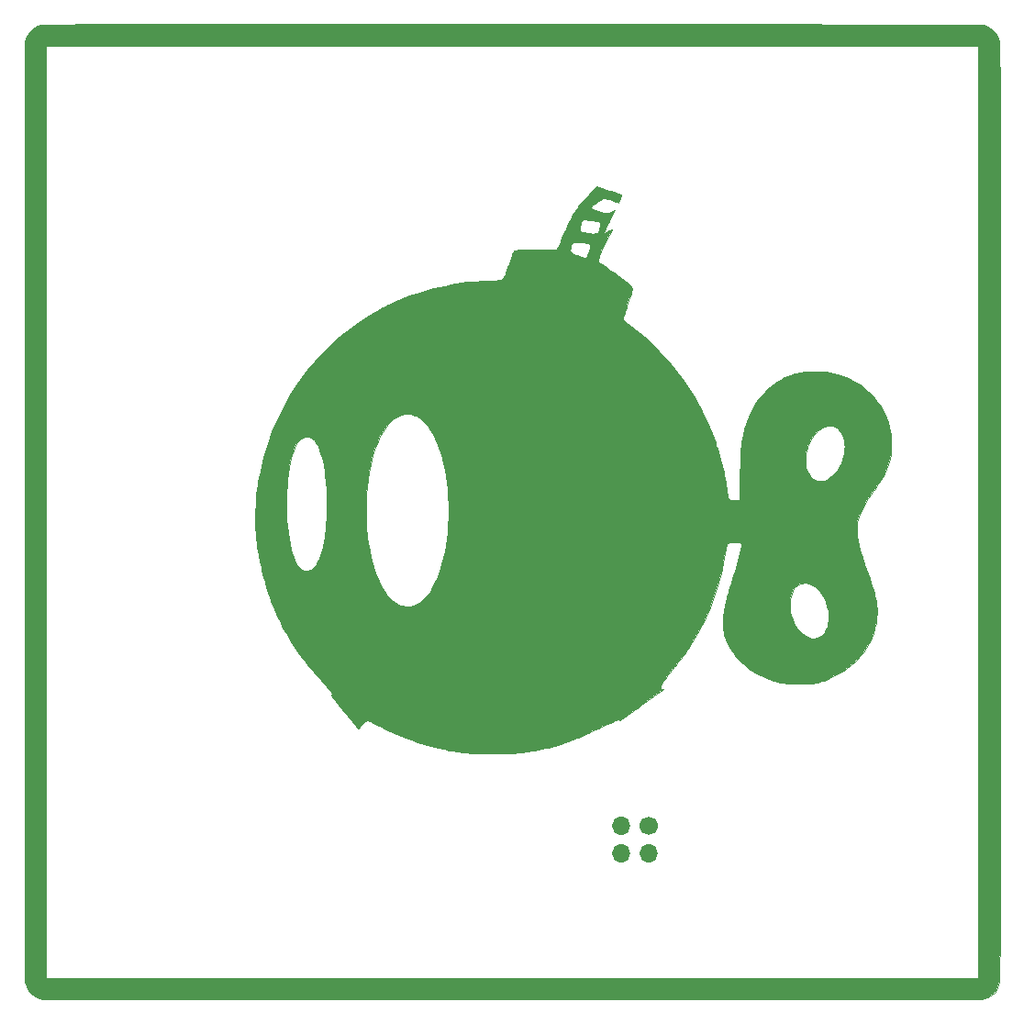
<source format=gtl>
G04 #@! TF.FileFunction,Copper,L1,Top,Signal*
%FSLAX46Y46*%
G04 Gerber Fmt 4.6, Leading zero omitted, Abs format (unit mm)*
G04 Created by KiCad (PCBNEW 4.0.7) date 07/05/18 08:24:38*
%MOMM*%
%LPD*%
G01*
G04 APERTURE LIST*
%ADD10C,0.100000*%
%ADD11C,0.010000*%
%ADD12C,1.700000*%
%ADD13O,1.700000X1.700000*%
G04 APERTURE END LIST*
D10*
D11*
G36*
X126708917Y-41363091D02*
X127803678Y-41363120D01*
X128933116Y-41363163D01*
X130097757Y-41363221D01*
X131298128Y-41363293D01*
X132534756Y-41363379D01*
X133808165Y-41363478D01*
X135118884Y-41363591D01*
X136467439Y-41363716D01*
X137854355Y-41363854D01*
X139280160Y-41364004D01*
X140745380Y-41364166D01*
X142250542Y-41364340D01*
X143796171Y-41364525D01*
X145382795Y-41364721D01*
X147010940Y-41364928D01*
X147912667Y-41365045D01*
X149551321Y-41365259D01*
X151148183Y-41365470D01*
X152703790Y-41365680D01*
X154218684Y-41365887D01*
X155693403Y-41366093D01*
X157128488Y-41366299D01*
X158524477Y-41366504D01*
X159881912Y-41366710D01*
X161201332Y-41366916D01*
X162483276Y-41367124D01*
X163728285Y-41367334D01*
X164936897Y-41367546D01*
X166109654Y-41367762D01*
X167247094Y-41367980D01*
X168349757Y-41368203D01*
X169418184Y-41368430D01*
X170452913Y-41368663D01*
X171454485Y-41368900D01*
X172423439Y-41369144D01*
X173360316Y-41369395D01*
X174265654Y-41369653D01*
X175139995Y-41369918D01*
X175983876Y-41370192D01*
X176797839Y-41370475D01*
X177582423Y-41370766D01*
X178338167Y-41371068D01*
X179065612Y-41371380D01*
X179765298Y-41371703D01*
X180437763Y-41372037D01*
X181083548Y-41372383D01*
X181703193Y-41372741D01*
X182297237Y-41373113D01*
X182866220Y-41373497D01*
X183410682Y-41373896D01*
X183931163Y-41374310D01*
X184428202Y-41374738D01*
X184902339Y-41375182D01*
X185354114Y-41375642D01*
X185784066Y-41376119D01*
X186192737Y-41376613D01*
X186580664Y-41377125D01*
X186948388Y-41377654D01*
X187296449Y-41378203D01*
X187625386Y-41378771D01*
X187935740Y-41379358D01*
X188228050Y-41379966D01*
X188502855Y-41380595D01*
X188760696Y-41381245D01*
X189002112Y-41381917D01*
X189227644Y-41382611D01*
X189437830Y-41383329D01*
X189633211Y-41384070D01*
X189814326Y-41384834D01*
X189981715Y-41385624D01*
X190135918Y-41386438D01*
X190277475Y-41387278D01*
X190406925Y-41388144D01*
X190524808Y-41389037D01*
X190631664Y-41389957D01*
X190728033Y-41390904D01*
X190814454Y-41391880D01*
X190891468Y-41392884D01*
X190959613Y-41393918D01*
X191019430Y-41394981D01*
X191071459Y-41396075D01*
X191116239Y-41397199D01*
X191154310Y-41398355D01*
X191186212Y-41399543D01*
X191212484Y-41400763D01*
X191233667Y-41402016D01*
X191250300Y-41403303D01*
X191262923Y-41404623D01*
X191272075Y-41405978D01*
X191277991Y-41407283D01*
X191569016Y-41507584D01*
X191834448Y-41639531D01*
X192072513Y-41801233D01*
X192281436Y-41990797D01*
X192459441Y-42206334D01*
X192604756Y-42445952D01*
X192715604Y-42707760D01*
X192790211Y-42989868D01*
X192796746Y-43025580D01*
X192797954Y-43035775D01*
X192799130Y-43052689D01*
X192800276Y-43076850D01*
X192801393Y-43108785D01*
X192802480Y-43149022D01*
X192803537Y-43198087D01*
X192804567Y-43256508D01*
X192805567Y-43324811D01*
X192806540Y-43403525D01*
X192807486Y-43493177D01*
X192808404Y-43594293D01*
X192809295Y-43707401D01*
X192810160Y-43833028D01*
X192810999Y-43971701D01*
X192811813Y-44123948D01*
X192812601Y-44290295D01*
X192813364Y-44471271D01*
X192814103Y-44667401D01*
X192814817Y-44879214D01*
X192815508Y-45107237D01*
X192816176Y-45351997D01*
X192816821Y-45614021D01*
X192817443Y-45893836D01*
X192818043Y-46191969D01*
X192818621Y-46508949D01*
X192819178Y-46845301D01*
X192819714Y-47201553D01*
X192820229Y-47578233D01*
X192820724Y-47975868D01*
X192821199Y-48394984D01*
X192821655Y-48836110D01*
X192822091Y-49299772D01*
X192822509Y-49786497D01*
X192822909Y-50296814D01*
X192823290Y-50831248D01*
X192823654Y-51390327D01*
X192824001Y-51974579D01*
X192824331Y-52584531D01*
X192824645Y-53220709D01*
X192824942Y-53883642D01*
X192825224Y-54573856D01*
X192825491Y-55291878D01*
X192825743Y-56038236D01*
X192825980Y-56813457D01*
X192826204Y-57618069D01*
X192826413Y-58452598D01*
X192826610Y-59317571D01*
X192826793Y-60213517D01*
X192826964Y-61140961D01*
X192827122Y-62100432D01*
X192827269Y-63092457D01*
X192827404Y-64117562D01*
X192827529Y-65176275D01*
X192827642Y-66269123D01*
X192827746Y-67396634D01*
X192827839Y-68559335D01*
X192827923Y-69757752D01*
X192827998Y-70992414D01*
X192828065Y-72263847D01*
X192828123Y-73572579D01*
X192828173Y-74919136D01*
X192828215Y-76304046D01*
X192828250Y-77727837D01*
X192828279Y-79191035D01*
X192828301Y-80694168D01*
X192828317Y-82237762D01*
X192828327Y-83822346D01*
X192828332Y-85448446D01*
X192828333Y-86360000D01*
X192828331Y-88009141D01*
X192828323Y-89616477D01*
X192828310Y-91182533D01*
X192828292Y-92707838D01*
X192828267Y-94192918D01*
X192828235Y-95638302D01*
X192828197Y-97044515D01*
X192828151Y-98412085D01*
X192828098Y-99741540D01*
X192828036Y-101033407D01*
X192827966Y-102288212D01*
X192827887Y-103506484D01*
X192827798Y-104688749D01*
X192827700Y-105835534D01*
X192827592Y-106947367D01*
X192827474Y-108024776D01*
X192827345Y-109068286D01*
X192827204Y-110078426D01*
X192827052Y-111055723D01*
X192826888Y-112000703D01*
X192826712Y-112913895D01*
X192826523Y-113795825D01*
X192826321Y-114647021D01*
X192826105Y-115468009D01*
X192825875Y-116259318D01*
X192825631Y-117021473D01*
X192825373Y-117755003D01*
X192825099Y-118460435D01*
X192824810Y-119138296D01*
X192824506Y-119789113D01*
X192824185Y-120413413D01*
X192823847Y-121011724D01*
X192823493Y-121584573D01*
X192823121Y-122132486D01*
X192822731Y-122655992D01*
X192822323Y-123155618D01*
X192821897Y-123631890D01*
X192821452Y-124085336D01*
X192820988Y-124516483D01*
X192820504Y-124925858D01*
X192820000Y-125313990D01*
X192819475Y-125681404D01*
X192818930Y-126028628D01*
X192818364Y-126356189D01*
X192817776Y-126664615D01*
X192817166Y-126954432D01*
X192816533Y-127226168D01*
X192815878Y-127480351D01*
X192815200Y-127717507D01*
X192814499Y-127938163D01*
X192813773Y-128142848D01*
X192813023Y-128332087D01*
X192812249Y-128506409D01*
X192811449Y-128666340D01*
X192810625Y-128812407D01*
X192809774Y-128945139D01*
X192808897Y-129065062D01*
X192807994Y-129172703D01*
X192807063Y-129268590D01*
X192806106Y-129353250D01*
X192805120Y-129427210D01*
X192804107Y-129490997D01*
X192803065Y-129545139D01*
X192801994Y-129590162D01*
X192800894Y-129626594D01*
X192799764Y-129654963D01*
X192798604Y-129675794D01*
X192797414Y-129689617D01*
X192796746Y-129694420D01*
X192727211Y-129974231D01*
X192620832Y-130236510D01*
X192480475Y-130478390D01*
X192309010Y-130697002D01*
X192109304Y-130889478D01*
X191884225Y-131052951D01*
X191636641Y-131184553D01*
X191369420Y-131281415D01*
X191162420Y-131328746D01*
X191152231Y-131329953D01*
X191135333Y-131331129D01*
X191111198Y-131332274D01*
X191079298Y-131333389D01*
X191039107Y-131334474D01*
X190990097Y-131335530D01*
X190931741Y-131336557D01*
X190863512Y-131337555D01*
X190784883Y-131338524D01*
X190695327Y-131339465D01*
X190594316Y-131340379D01*
X190481324Y-131341266D01*
X190355823Y-131342125D01*
X190217286Y-131342958D01*
X190065186Y-131343765D01*
X189898996Y-131344546D01*
X189718188Y-131345301D01*
X189522236Y-131346032D01*
X189310612Y-131346737D01*
X189082790Y-131347418D01*
X188838241Y-131348075D01*
X188576439Y-131348709D01*
X188296857Y-131349319D01*
X187998967Y-131349906D01*
X187682243Y-131350470D01*
X187346157Y-131351012D01*
X186990182Y-131351533D01*
X186613791Y-131352031D01*
X186216456Y-131352509D01*
X185797652Y-131352966D01*
X185356849Y-131353402D01*
X184893522Y-131353818D01*
X184407143Y-131354215D01*
X183897185Y-131354592D01*
X183363121Y-131354950D01*
X182804424Y-131355290D01*
X182220566Y-131355611D01*
X181611020Y-131355915D01*
X180975260Y-131356200D01*
X180312757Y-131356469D01*
X179622986Y-131356721D01*
X178905418Y-131356956D01*
X178159526Y-131357175D01*
X177384785Y-131357379D01*
X176580665Y-131357567D01*
X175746640Y-131357740D01*
X174882184Y-131357898D01*
X173986768Y-131358042D01*
X173059866Y-131358172D01*
X172100950Y-131358289D01*
X171109494Y-131358392D01*
X170084969Y-131358483D01*
X169026850Y-131358561D01*
X167934609Y-131358626D01*
X166807718Y-131358680D01*
X165645651Y-131358723D01*
X164447880Y-131358755D01*
X163213878Y-131358775D01*
X161943119Y-131358786D01*
X160635074Y-131358786D01*
X159289218Y-131358777D01*
X157905021Y-131358759D01*
X156481958Y-131358732D01*
X155019502Y-131358696D01*
X153517125Y-131358652D01*
X151974299Y-131358600D01*
X150390499Y-131358541D01*
X148765196Y-131358475D01*
X147809352Y-131358434D01*
X146146281Y-131358357D01*
X144525034Y-131358276D01*
X142945103Y-131358190D01*
X141405979Y-131358098D01*
X139907152Y-131358000D01*
X138448115Y-131357896D01*
X137028358Y-131357785D01*
X135647371Y-131357668D01*
X134304648Y-131357542D01*
X132999678Y-131357410D01*
X131731952Y-131357269D01*
X130500962Y-131357119D01*
X129306200Y-131356961D01*
X128147155Y-131356794D01*
X127023319Y-131356617D01*
X125934184Y-131356430D01*
X124879240Y-131356233D01*
X123857979Y-131356025D01*
X122869892Y-131355806D01*
X121914469Y-131355576D01*
X120991203Y-131355334D01*
X120099583Y-131355080D01*
X119239102Y-131354814D01*
X118409251Y-131354534D01*
X117609519Y-131354242D01*
X116839400Y-131353936D01*
X116098383Y-131353616D01*
X115385960Y-131353282D01*
X114701623Y-131352933D01*
X114044861Y-131352569D01*
X113415167Y-131352189D01*
X112812031Y-131351794D01*
X112234945Y-131351383D01*
X111683399Y-131350955D01*
X111156886Y-131350511D01*
X110654895Y-131350049D01*
X110176919Y-131349570D01*
X109722448Y-131349073D01*
X109290973Y-131348557D01*
X108881985Y-131348023D01*
X108494977Y-131347470D01*
X108129438Y-131346897D01*
X107784860Y-131346305D01*
X107460734Y-131345692D01*
X107156552Y-131345059D01*
X106871803Y-131344405D01*
X106605981Y-131343730D01*
X106358574Y-131343034D01*
X106129076Y-131342315D01*
X105916976Y-131341574D01*
X105721766Y-131340810D01*
X105542938Y-131340024D01*
X105379982Y-131339214D01*
X105232389Y-131338380D01*
X105099650Y-131337522D01*
X104981258Y-131336640D01*
X104876702Y-131335732D01*
X104785474Y-131334800D01*
X104707065Y-131333842D01*
X104640966Y-131332858D01*
X104586669Y-131331847D01*
X104543664Y-131330810D01*
X104511442Y-131329746D01*
X104489496Y-131328654D01*
X104477315Y-131327535D01*
X104476430Y-131327389D01*
X104200057Y-131256512D01*
X103940539Y-131148652D01*
X103700861Y-131006822D01*
X103484007Y-130834035D01*
X103292960Y-130633304D01*
X103130704Y-130407642D01*
X103000223Y-130160061D01*
X102904501Y-129893576D01*
X102859253Y-129694420D01*
X102858046Y-129684225D01*
X102856870Y-129667311D01*
X102855723Y-129643149D01*
X102854607Y-129611214D01*
X102853520Y-129570978D01*
X102852462Y-129521913D01*
X102851433Y-129463492D01*
X102850432Y-129395188D01*
X102849459Y-129316474D01*
X102848514Y-129226823D01*
X102847596Y-129125707D01*
X102846704Y-129012599D01*
X102845839Y-128886972D01*
X102845000Y-128748299D01*
X102844187Y-128596052D01*
X102843399Y-128429705D01*
X102842636Y-128248729D01*
X102841897Y-128052598D01*
X102841182Y-127840785D01*
X102840491Y-127612762D01*
X102839823Y-127368003D01*
X102839179Y-127105979D01*
X102838557Y-126826164D01*
X102837957Y-126528030D01*
X102837378Y-126211051D01*
X102836821Y-125874699D01*
X102836286Y-125518446D01*
X102835770Y-125141766D01*
X102835275Y-124744132D01*
X102834800Y-124325015D01*
X102834345Y-123883890D01*
X102833908Y-123420228D01*
X102833490Y-122933502D01*
X102833091Y-122423186D01*
X102832709Y-121888752D01*
X102832345Y-121329672D01*
X102831998Y-120745420D01*
X102831668Y-120135469D01*
X102831355Y-119499290D01*
X102831057Y-118836358D01*
X102830775Y-118146144D01*
X102830508Y-117428122D01*
X102830257Y-116681763D01*
X102830019Y-115906542D01*
X102829796Y-115101931D01*
X102829586Y-114267402D01*
X102829390Y-113402428D01*
X102829207Y-112506483D01*
X102829036Y-111579038D01*
X102828878Y-110619568D01*
X102828731Y-109627543D01*
X102828595Y-108602438D01*
X102828471Y-107543725D01*
X102828357Y-106450876D01*
X102828351Y-106381272D01*
X104821159Y-106381272D01*
X104821162Y-107495323D01*
X104821175Y-108589292D01*
X104821197Y-109662549D01*
X104821230Y-110714465D01*
X104821272Y-111744410D01*
X104821324Y-112751755D01*
X104821386Y-113735871D01*
X104821457Y-114696128D01*
X104821537Y-115631897D01*
X104821627Y-116542548D01*
X104821726Y-117427453D01*
X104821835Y-118285980D01*
X104821952Y-119117502D01*
X104822079Y-119921389D01*
X104822215Y-120697012D01*
X104822359Y-121443740D01*
X104822513Y-122160945D01*
X104822675Y-122847997D01*
X104822847Y-123504267D01*
X104823026Y-124129125D01*
X104823215Y-124721942D01*
X104823412Y-125282089D01*
X104823617Y-125808936D01*
X104823831Y-126301854D01*
X104824054Y-126760214D01*
X104824284Y-127183385D01*
X104824523Y-127570739D01*
X104824770Y-127921646D01*
X104825025Y-128235477D01*
X104825288Y-128511603D01*
X104825559Y-128749393D01*
X104825838Y-128948219D01*
X104826125Y-129107451D01*
X104826419Y-129226460D01*
X104826722Y-129304617D01*
X104827031Y-129341292D01*
X104827142Y-129344213D01*
X104834685Y-129345250D01*
X104856826Y-129346259D01*
X104894034Y-129347241D01*
X104946773Y-129348195D01*
X105015512Y-129349123D01*
X105100716Y-129350024D01*
X105202853Y-129350899D01*
X105322388Y-129351747D01*
X105459789Y-129352570D01*
X105615522Y-129353367D01*
X105790053Y-129354138D01*
X105983849Y-129354884D01*
X106197377Y-129355605D01*
X106431104Y-129356301D01*
X106685495Y-129356973D01*
X106961018Y-129357620D01*
X107258140Y-129358243D01*
X107577326Y-129358842D01*
X107919043Y-129359418D01*
X108283758Y-129359970D01*
X108671938Y-129360499D01*
X109084049Y-129361005D01*
X109520558Y-129361488D01*
X109981931Y-129361948D01*
X110468635Y-129362387D01*
X110981136Y-129362803D01*
X111519902Y-129363197D01*
X112085399Y-129363570D01*
X112678092Y-129363922D01*
X113298450Y-129364252D01*
X113946938Y-129364561D01*
X114624023Y-129364850D01*
X115330172Y-129365119D01*
X116065852Y-129365367D01*
X116831528Y-129365595D01*
X117627668Y-129365803D01*
X118454738Y-129365992D01*
X119313204Y-129366161D01*
X120203534Y-129366312D01*
X121126194Y-129366443D01*
X122081650Y-129366556D01*
X123070369Y-129366651D01*
X124092818Y-129366727D01*
X125149464Y-129366786D01*
X126240772Y-129366826D01*
X127367210Y-129366850D01*
X128529243Y-129366856D01*
X129727340Y-129366845D01*
X130961965Y-129366817D01*
X132233587Y-129366773D01*
X133542671Y-129366712D01*
X134889684Y-129366636D01*
X136275093Y-129366543D01*
X137699364Y-129366435D01*
X139162964Y-129366312D01*
X140666359Y-129366173D01*
X142210016Y-129366019D01*
X143794402Y-129365851D01*
X145419984Y-129365668D01*
X147087227Y-129365471D01*
X147832629Y-129365380D01*
X190828083Y-129360083D01*
X190828083Y-43359917D01*
X104827917Y-43359917D01*
X104822513Y-86338833D01*
X104822348Y-87688605D01*
X104822195Y-89028364D01*
X104822052Y-90357482D01*
X104821920Y-91675330D01*
X104821798Y-92981277D01*
X104821688Y-94274694D01*
X104821588Y-95554953D01*
X104821499Y-96821423D01*
X104821420Y-98073475D01*
X104821352Y-99310480D01*
X104821294Y-100531808D01*
X104821247Y-101736830D01*
X104821209Y-102924917D01*
X104821182Y-104095440D01*
X104821165Y-105247767D01*
X104821159Y-106381272D01*
X102828351Y-106381272D01*
X102828254Y-105323365D01*
X102828160Y-104160665D01*
X102828076Y-102962247D01*
X102828001Y-101727586D01*
X102827935Y-100456153D01*
X102827877Y-99147421D01*
X102827827Y-97800864D01*
X102827785Y-96415953D01*
X102827749Y-94992163D01*
X102827721Y-93528965D01*
X102827699Y-92025832D01*
X102827683Y-90482237D01*
X102827672Y-88897654D01*
X102827667Y-87271553D01*
X102827667Y-86360000D01*
X102827669Y-84710858D01*
X102827676Y-83103523D01*
X102827689Y-81537466D01*
X102827708Y-80012162D01*
X102827733Y-78527081D01*
X102827764Y-77081698D01*
X102827803Y-75675485D01*
X102827849Y-74307914D01*
X102827902Y-72978460D01*
X102827964Y-71686593D01*
X102828034Y-70431788D01*
X102828113Y-69213516D01*
X102828201Y-68031251D01*
X102828299Y-66884466D01*
X102828407Y-65772632D01*
X102828526Y-64695224D01*
X102828655Y-63651714D01*
X102828795Y-62641574D01*
X102828947Y-61664277D01*
X102829111Y-60719296D01*
X102829288Y-59806105D01*
X102829477Y-58924175D01*
X102829679Y-58072979D01*
X102829895Y-57251991D01*
X102830124Y-56460682D01*
X102830368Y-55698526D01*
X102830627Y-54964996D01*
X102830900Y-54259564D01*
X102831189Y-53581704D01*
X102831494Y-52930887D01*
X102831815Y-52306586D01*
X102832153Y-51708276D01*
X102832507Y-51135427D01*
X102832879Y-50587513D01*
X102833269Y-50064007D01*
X102833676Y-49564382D01*
X102834102Y-49088110D01*
X102834548Y-48634664D01*
X102835012Y-48203517D01*
X102835496Y-47794141D01*
X102836000Y-47406010D01*
X102836524Y-47038596D01*
X102837070Y-46691372D01*
X102837636Y-46363811D01*
X102838224Y-46055385D01*
X102838834Y-45765568D01*
X102839466Y-45493831D01*
X102840121Y-45239649D01*
X102840800Y-45002493D01*
X102841501Y-44781836D01*
X102842227Y-44577152D01*
X102842976Y-44387913D01*
X102843751Y-44213591D01*
X102844550Y-44053660D01*
X102845375Y-43907592D01*
X102846226Y-43774860D01*
X102847103Y-43654938D01*
X102848006Y-43547296D01*
X102848936Y-43451409D01*
X102849894Y-43366750D01*
X102850880Y-43292790D01*
X102851893Y-43229003D01*
X102852935Y-43174861D01*
X102854006Y-43129838D01*
X102855106Y-43093405D01*
X102856236Y-43065037D01*
X102857396Y-43044205D01*
X102858586Y-43030383D01*
X102859253Y-43025580D01*
X102928753Y-42745900D01*
X103035071Y-42483724D01*
X103175331Y-42241925D01*
X103346657Y-42023375D01*
X103546171Y-41830945D01*
X103770997Y-41667507D01*
X104018258Y-41535933D01*
X104285078Y-41439094D01*
X104496665Y-41390925D01*
X104506957Y-41389722D01*
X104524022Y-41388551D01*
X104548386Y-41387411D01*
X104580577Y-41386301D01*
X104621120Y-41385223D01*
X104670543Y-41384174D01*
X104729371Y-41383155D01*
X104798131Y-41382165D01*
X104877349Y-41381205D01*
X104967553Y-41380274D01*
X105069268Y-41379371D01*
X105183021Y-41378496D01*
X105309339Y-41377649D01*
X105448747Y-41376830D01*
X105601773Y-41376039D01*
X105768943Y-41375274D01*
X105950784Y-41374536D01*
X106147821Y-41373824D01*
X106360581Y-41373139D01*
X106589592Y-41372479D01*
X106835378Y-41371844D01*
X107098468Y-41371235D01*
X107379387Y-41370651D01*
X107678661Y-41370091D01*
X107996818Y-41369555D01*
X108334384Y-41369043D01*
X108691884Y-41368554D01*
X109069847Y-41368089D01*
X109468797Y-41367647D01*
X109889263Y-41367227D01*
X110331769Y-41366830D01*
X110796843Y-41366454D01*
X111285011Y-41366100D01*
X111796800Y-41365768D01*
X112332736Y-41365457D01*
X112893345Y-41365166D01*
X113479154Y-41364896D01*
X114090690Y-41364646D01*
X114728479Y-41364415D01*
X115393048Y-41364204D01*
X116084922Y-41364013D01*
X116804628Y-41363840D01*
X117552694Y-41363685D01*
X118329645Y-41363549D01*
X119136008Y-41363431D01*
X119972309Y-41363330D01*
X120839075Y-41363247D01*
X121736833Y-41363180D01*
X122666108Y-41363130D01*
X123627427Y-41363097D01*
X124621318Y-41363079D01*
X125648305Y-41363078D01*
X126708917Y-41363091D01*
X126708917Y-41363091D01*
G37*
X126708917Y-41363091D02*
X127803678Y-41363120D01*
X128933116Y-41363163D01*
X130097757Y-41363221D01*
X131298128Y-41363293D01*
X132534756Y-41363379D01*
X133808165Y-41363478D01*
X135118884Y-41363591D01*
X136467439Y-41363716D01*
X137854355Y-41363854D01*
X139280160Y-41364004D01*
X140745380Y-41364166D01*
X142250542Y-41364340D01*
X143796171Y-41364525D01*
X145382795Y-41364721D01*
X147010940Y-41364928D01*
X147912667Y-41365045D01*
X149551321Y-41365259D01*
X151148183Y-41365470D01*
X152703790Y-41365680D01*
X154218684Y-41365887D01*
X155693403Y-41366093D01*
X157128488Y-41366299D01*
X158524477Y-41366504D01*
X159881912Y-41366710D01*
X161201332Y-41366916D01*
X162483276Y-41367124D01*
X163728285Y-41367334D01*
X164936897Y-41367546D01*
X166109654Y-41367762D01*
X167247094Y-41367980D01*
X168349757Y-41368203D01*
X169418184Y-41368430D01*
X170452913Y-41368663D01*
X171454485Y-41368900D01*
X172423439Y-41369144D01*
X173360316Y-41369395D01*
X174265654Y-41369653D01*
X175139995Y-41369918D01*
X175983876Y-41370192D01*
X176797839Y-41370475D01*
X177582423Y-41370766D01*
X178338167Y-41371068D01*
X179065612Y-41371380D01*
X179765298Y-41371703D01*
X180437763Y-41372037D01*
X181083548Y-41372383D01*
X181703193Y-41372741D01*
X182297237Y-41373113D01*
X182866220Y-41373497D01*
X183410682Y-41373896D01*
X183931163Y-41374310D01*
X184428202Y-41374738D01*
X184902339Y-41375182D01*
X185354114Y-41375642D01*
X185784066Y-41376119D01*
X186192737Y-41376613D01*
X186580664Y-41377125D01*
X186948388Y-41377654D01*
X187296449Y-41378203D01*
X187625386Y-41378771D01*
X187935740Y-41379358D01*
X188228050Y-41379966D01*
X188502855Y-41380595D01*
X188760696Y-41381245D01*
X189002112Y-41381917D01*
X189227644Y-41382611D01*
X189437830Y-41383329D01*
X189633211Y-41384070D01*
X189814326Y-41384834D01*
X189981715Y-41385624D01*
X190135918Y-41386438D01*
X190277475Y-41387278D01*
X190406925Y-41388144D01*
X190524808Y-41389037D01*
X190631664Y-41389957D01*
X190728033Y-41390904D01*
X190814454Y-41391880D01*
X190891468Y-41392884D01*
X190959613Y-41393918D01*
X191019430Y-41394981D01*
X191071459Y-41396075D01*
X191116239Y-41397199D01*
X191154310Y-41398355D01*
X191186212Y-41399543D01*
X191212484Y-41400763D01*
X191233667Y-41402016D01*
X191250300Y-41403303D01*
X191262923Y-41404623D01*
X191272075Y-41405978D01*
X191277991Y-41407283D01*
X191569016Y-41507584D01*
X191834448Y-41639531D01*
X192072513Y-41801233D01*
X192281436Y-41990797D01*
X192459441Y-42206334D01*
X192604756Y-42445952D01*
X192715604Y-42707760D01*
X192790211Y-42989868D01*
X192796746Y-43025580D01*
X192797954Y-43035775D01*
X192799130Y-43052689D01*
X192800276Y-43076850D01*
X192801393Y-43108785D01*
X192802480Y-43149022D01*
X192803537Y-43198087D01*
X192804567Y-43256508D01*
X192805567Y-43324811D01*
X192806540Y-43403525D01*
X192807486Y-43493177D01*
X192808404Y-43594293D01*
X192809295Y-43707401D01*
X192810160Y-43833028D01*
X192810999Y-43971701D01*
X192811813Y-44123948D01*
X192812601Y-44290295D01*
X192813364Y-44471271D01*
X192814103Y-44667401D01*
X192814817Y-44879214D01*
X192815508Y-45107237D01*
X192816176Y-45351997D01*
X192816821Y-45614021D01*
X192817443Y-45893836D01*
X192818043Y-46191969D01*
X192818621Y-46508949D01*
X192819178Y-46845301D01*
X192819714Y-47201553D01*
X192820229Y-47578233D01*
X192820724Y-47975868D01*
X192821199Y-48394984D01*
X192821655Y-48836110D01*
X192822091Y-49299772D01*
X192822509Y-49786497D01*
X192822909Y-50296814D01*
X192823290Y-50831248D01*
X192823654Y-51390327D01*
X192824001Y-51974579D01*
X192824331Y-52584531D01*
X192824645Y-53220709D01*
X192824942Y-53883642D01*
X192825224Y-54573856D01*
X192825491Y-55291878D01*
X192825743Y-56038236D01*
X192825980Y-56813457D01*
X192826204Y-57618069D01*
X192826413Y-58452598D01*
X192826610Y-59317571D01*
X192826793Y-60213517D01*
X192826964Y-61140961D01*
X192827122Y-62100432D01*
X192827269Y-63092457D01*
X192827404Y-64117562D01*
X192827529Y-65176275D01*
X192827642Y-66269123D01*
X192827746Y-67396634D01*
X192827839Y-68559335D01*
X192827923Y-69757752D01*
X192827998Y-70992414D01*
X192828065Y-72263847D01*
X192828123Y-73572579D01*
X192828173Y-74919136D01*
X192828215Y-76304046D01*
X192828250Y-77727837D01*
X192828279Y-79191035D01*
X192828301Y-80694168D01*
X192828317Y-82237762D01*
X192828327Y-83822346D01*
X192828332Y-85448446D01*
X192828333Y-86360000D01*
X192828331Y-88009141D01*
X192828323Y-89616477D01*
X192828310Y-91182533D01*
X192828292Y-92707838D01*
X192828267Y-94192918D01*
X192828235Y-95638302D01*
X192828197Y-97044515D01*
X192828151Y-98412085D01*
X192828098Y-99741540D01*
X192828036Y-101033407D01*
X192827966Y-102288212D01*
X192827887Y-103506484D01*
X192827798Y-104688749D01*
X192827700Y-105835534D01*
X192827592Y-106947367D01*
X192827474Y-108024776D01*
X192827345Y-109068286D01*
X192827204Y-110078426D01*
X192827052Y-111055723D01*
X192826888Y-112000703D01*
X192826712Y-112913895D01*
X192826523Y-113795825D01*
X192826321Y-114647021D01*
X192826105Y-115468009D01*
X192825875Y-116259318D01*
X192825631Y-117021473D01*
X192825373Y-117755003D01*
X192825099Y-118460435D01*
X192824810Y-119138296D01*
X192824506Y-119789113D01*
X192824185Y-120413413D01*
X192823847Y-121011724D01*
X192823493Y-121584573D01*
X192823121Y-122132486D01*
X192822731Y-122655992D01*
X192822323Y-123155618D01*
X192821897Y-123631890D01*
X192821452Y-124085336D01*
X192820988Y-124516483D01*
X192820504Y-124925858D01*
X192820000Y-125313990D01*
X192819475Y-125681404D01*
X192818930Y-126028628D01*
X192818364Y-126356189D01*
X192817776Y-126664615D01*
X192817166Y-126954432D01*
X192816533Y-127226168D01*
X192815878Y-127480351D01*
X192815200Y-127717507D01*
X192814499Y-127938163D01*
X192813773Y-128142848D01*
X192813023Y-128332087D01*
X192812249Y-128506409D01*
X192811449Y-128666340D01*
X192810625Y-128812407D01*
X192809774Y-128945139D01*
X192808897Y-129065062D01*
X192807994Y-129172703D01*
X192807063Y-129268590D01*
X192806106Y-129353250D01*
X192805120Y-129427210D01*
X192804107Y-129490997D01*
X192803065Y-129545139D01*
X192801994Y-129590162D01*
X192800894Y-129626594D01*
X192799764Y-129654963D01*
X192798604Y-129675794D01*
X192797414Y-129689617D01*
X192796746Y-129694420D01*
X192727211Y-129974231D01*
X192620832Y-130236510D01*
X192480475Y-130478390D01*
X192309010Y-130697002D01*
X192109304Y-130889478D01*
X191884225Y-131052951D01*
X191636641Y-131184553D01*
X191369420Y-131281415D01*
X191162420Y-131328746D01*
X191152231Y-131329953D01*
X191135333Y-131331129D01*
X191111198Y-131332274D01*
X191079298Y-131333389D01*
X191039107Y-131334474D01*
X190990097Y-131335530D01*
X190931741Y-131336557D01*
X190863512Y-131337555D01*
X190784883Y-131338524D01*
X190695327Y-131339465D01*
X190594316Y-131340379D01*
X190481324Y-131341266D01*
X190355823Y-131342125D01*
X190217286Y-131342958D01*
X190065186Y-131343765D01*
X189898996Y-131344546D01*
X189718188Y-131345301D01*
X189522236Y-131346032D01*
X189310612Y-131346737D01*
X189082790Y-131347418D01*
X188838241Y-131348075D01*
X188576439Y-131348709D01*
X188296857Y-131349319D01*
X187998967Y-131349906D01*
X187682243Y-131350470D01*
X187346157Y-131351012D01*
X186990182Y-131351533D01*
X186613791Y-131352031D01*
X186216456Y-131352509D01*
X185797652Y-131352966D01*
X185356849Y-131353402D01*
X184893522Y-131353818D01*
X184407143Y-131354215D01*
X183897185Y-131354592D01*
X183363121Y-131354950D01*
X182804424Y-131355290D01*
X182220566Y-131355611D01*
X181611020Y-131355915D01*
X180975260Y-131356200D01*
X180312757Y-131356469D01*
X179622986Y-131356721D01*
X178905418Y-131356956D01*
X178159526Y-131357175D01*
X177384785Y-131357379D01*
X176580665Y-131357567D01*
X175746640Y-131357740D01*
X174882184Y-131357898D01*
X173986768Y-131358042D01*
X173059866Y-131358172D01*
X172100950Y-131358289D01*
X171109494Y-131358392D01*
X170084969Y-131358483D01*
X169026850Y-131358561D01*
X167934609Y-131358626D01*
X166807718Y-131358680D01*
X165645651Y-131358723D01*
X164447880Y-131358755D01*
X163213878Y-131358775D01*
X161943119Y-131358786D01*
X160635074Y-131358786D01*
X159289218Y-131358777D01*
X157905021Y-131358759D01*
X156481958Y-131358732D01*
X155019502Y-131358696D01*
X153517125Y-131358652D01*
X151974299Y-131358600D01*
X150390499Y-131358541D01*
X148765196Y-131358475D01*
X147809352Y-131358434D01*
X146146281Y-131358357D01*
X144525034Y-131358276D01*
X142945103Y-131358190D01*
X141405979Y-131358098D01*
X139907152Y-131358000D01*
X138448115Y-131357896D01*
X137028358Y-131357785D01*
X135647371Y-131357668D01*
X134304648Y-131357542D01*
X132999678Y-131357410D01*
X131731952Y-131357269D01*
X130500962Y-131357119D01*
X129306200Y-131356961D01*
X128147155Y-131356794D01*
X127023319Y-131356617D01*
X125934184Y-131356430D01*
X124879240Y-131356233D01*
X123857979Y-131356025D01*
X122869892Y-131355806D01*
X121914469Y-131355576D01*
X120991203Y-131355334D01*
X120099583Y-131355080D01*
X119239102Y-131354814D01*
X118409251Y-131354534D01*
X117609519Y-131354242D01*
X116839400Y-131353936D01*
X116098383Y-131353616D01*
X115385960Y-131353282D01*
X114701623Y-131352933D01*
X114044861Y-131352569D01*
X113415167Y-131352189D01*
X112812031Y-131351794D01*
X112234945Y-131351383D01*
X111683399Y-131350955D01*
X111156886Y-131350511D01*
X110654895Y-131350049D01*
X110176919Y-131349570D01*
X109722448Y-131349073D01*
X109290973Y-131348557D01*
X108881985Y-131348023D01*
X108494977Y-131347470D01*
X108129438Y-131346897D01*
X107784860Y-131346305D01*
X107460734Y-131345692D01*
X107156552Y-131345059D01*
X106871803Y-131344405D01*
X106605981Y-131343730D01*
X106358574Y-131343034D01*
X106129076Y-131342315D01*
X105916976Y-131341574D01*
X105721766Y-131340810D01*
X105542938Y-131340024D01*
X105379982Y-131339214D01*
X105232389Y-131338380D01*
X105099650Y-131337522D01*
X104981258Y-131336640D01*
X104876702Y-131335732D01*
X104785474Y-131334800D01*
X104707065Y-131333842D01*
X104640966Y-131332858D01*
X104586669Y-131331847D01*
X104543664Y-131330810D01*
X104511442Y-131329746D01*
X104489496Y-131328654D01*
X104477315Y-131327535D01*
X104476430Y-131327389D01*
X104200057Y-131256512D01*
X103940539Y-131148652D01*
X103700861Y-131006822D01*
X103484007Y-130834035D01*
X103292960Y-130633304D01*
X103130704Y-130407642D01*
X103000223Y-130160061D01*
X102904501Y-129893576D01*
X102859253Y-129694420D01*
X102858046Y-129684225D01*
X102856870Y-129667311D01*
X102855723Y-129643149D01*
X102854607Y-129611214D01*
X102853520Y-129570978D01*
X102852462Y-129521913D01*
X102851433Y-129463492D01*
X102850432Y-129395188D01*
X102849459Y-129316474D01*
X102848514Y-129226823D01*
X102847596Y-129125707D01*
X102846704Y-129012599D01*
X102845839Y-128886972D01*
X102845000Y-128748299D01*
X102844187Y-128596052D01*
X102843399Y-128429705D01*
X102842636Y-128248729D01*
X102841897Y-128052598D01*
X102841182Y-127840785D01*
X102840491Y-127612762D01*
X102839823Y-127368003D01*
X102839179Y-127105979D01*
X102838557Y-126826164D01*
X102837957Y-126528030D01*
X102837378Y-126211051D01*
X102836821Y-125874699D01*
X102836286Y-125518446D01*
X102835770Y-125141766D01*
X102835275Y-124744132D01*
X102834800Y-124325015D01*
X102834345Y-123883890D01*
X102833908Y-123420228D01*
X102833490Y-122933502D01*
X102833091Y-122423186D01*
X102832709Y-121888752D01*
X102832345Y-121329672D01*
X102831998Y-120745420D01*
X102831668Y-120135469D01*
X102831355Y-119499290D01*
X102831057Y-118836358D01*
X102830775Y-118146144D01*
X102830508Y-117428122D01*
X102830257Y-116681763D01*
X102830019Y-115906542D01*
X102829796Y-115101931D01*
X102829586Y-114267402D01*
X102829390Y-113402428D01*
X102829207Y-112506483D01*
X102829036Y-111579038D01*
X102828878Y-110619568D01*
X102828731Y-109627543D01*
X102828595Y-108602438D01*
X102828471Y-107543725D01*
X102828357Y-106450876D01*
X102828351Y-106381272D01*
X104821159Y-106381272D01*
X104821162Y-107495323D01*
X104821175Y-108589292D01*
X104821197Y-109662549D01*
X104821230Y-110714465D01*
X104821272Y-111744410D01*
X104821324Y-112751755D01*
X104821386Y-113735871D01*
X104821457Y-114696128D01*
X104821537Y-115631897D01*
X104821627Y-116542548D01*
X104821726Y-117427453D01*
X104821835Y-118285980D01*
X104821952Y-119117502D01*
X104822079Y-119921389D01*
X104822215Y-120697012D01*
X104822359Y-121443740D01*
X104822513Y-122160945D01*
X104822675Y-122847997D01*
X104822847Y-123504267D01*
X104823026Y-124129125D01*
X104823215Y-124721942D01*
X104823412Y-125282089D01*
X104823617Y-125808936D01*
X104823831Y-126301854D01*
X104824054Y-126760214D01*
X104824284Y-127183385D01*
X104824523Y-127570739D01*
X104824770Y-127921646D01*
X104825025Y-128235477D01*
X104825288Y-128511603D01*
X104825559Y-128749393D01*
X104825838Y-128948219D01*
X104826125Y-129107451D01*
X104826419Y-129226460D01*
X104826722Y-129304617D01*
X104827031Y-129341292D01*
X104827142Y-129344213D01*
X104834685Y-129345250D01*
X104856826Y-129346259D01*
X104894034Y-129347241D01*
X104946773Y-129348195D01*
X105015512Y-129349123D01*
X105100716Y-129350024D01*
X105202853Y-129350899D01*
X105322388Y-129351747D01*
X105459789Y-129352570D01*
X105615522Y-129353367D01*
X105790053Y-129354138D01*
X105983849Y-129354884D01*
X106197377Y-129355605D01*
X106431104Y-129356301D01*
X106685495Y-129356973D01*
X106961018Y-129357620D01*
X107258140Y-129358243D01*
X107577326Y-129358842D01*
X107919043Y-129359418D01*
X108283758Y-129359970D01*
X108671938Y-129360499D01*
X109084049Y-129361005D01*
X109520558Y-129361488D01*
X109981931Y-129361948D01*
X110468635Y-129362387D01*
X110981136Y-129362803D01*
X111519902Y-129363197D01*
X112085399Y-129363570D01*
X112678092Y-129363922D01*
X113298450Y-129364252D01*
X113946938Y-129364561D01*
X114624023Y-129364850D01*
X115330172Y-129365119D01*
X116065852Y-129365367D01*
X116831528Y-129365595D01*
X117627668Y-129365803D01*
X118454738Y-129365992D01*
X119313204Y-129366161D01*
X120203534Y-129366312D01*
X121126194Y-129366443D01*
X122081650Y-129366556D01*
X123070369Y-129366651D01*
X124092818Y-129366727D01*
X125149464Y-129366786D01*
X126240772Y-129366826D01*
X127367210Y-129366850D01*
X128529243Y-129366856D01*
X129727340Y-129366845D01*
X130961965Y-129366817D01*
X132233587Y-129366773D01*
X133542671Y-129366712D01*
X134889684Y-129366636D01*
X136275093Y-129366543D01*
X137699364Y-129366435D01*
X139162964Y-129366312D01*
X140666359Y-129366173D01*
X142210016Y-129366019D01*
X143794402Y-129365851D01*
X145419984Y-129365668D01*
X147087227Y-129365471D01*
X147832629Y-129365380D01*
X190828083Y-129360083D01*
X190828083Y-43359917D01*
X104827917Y-43359917D01*
X104822513Y-86338833D01*
X104822348Y-87688605D01*
X104822195Y-89028364D01*
X104822052Y-90357482D01*
X104821920Y-91675330D01*
X104821798Y-92981277D01*
X104821688Y-94274694D01*
X104821588Y-95554953D01*
X104821499Y-96821423D01*
X104821420Y-98073475D01*
X104821352Y-99310480D01*
X104821294Y-100531808D01*
X104821247Y-101736830D01*
X104821209Y-102924917D01*
X104821182Y-104095440D01*
X104821165Y-105247767D01*
X104821159Y-106381272D01*
X102828351Y-106381272D01*
X102828254Y-105323365D01*
X102828160Y-104160665D01*
X102828076Y-102962247D01*
X102828001Y-101727586D01*
X102827935Y-100456153D01*
X102827877Y-99147421D01*
X102827827Y-97800864D01*
X102827785Y-96415953D01*
X102827749Y-94992163D01*
X102827721Y-93528965D01*
X102827699Y-92025832D01*
X102827683Y-90482237D01*
X102827672Y-88897654D01*
X102827667Y-87271553D01*
X102827667Y-86360000D01*
X102827669Y-84710858D01*
X102827676Y-83103523D01*
X102827689Y-81537466D01*
X102827708Y-80012162D01*
X102827733Y-78527081D01*
X102827764Y-77081698D01*
X102827803Y-75675485D01*
X102827849Y-74307914D01*
X102827902Y-72978460D01*
X102827964Y-71686593D01*
X102828034Y-70431788D01*
X102828113Y-69213516D01*
X102828201Y-68031251D01*
X102828299Y-66884466D01*
X102828407Y-65772632D01*
X102828526Y-64695224D01*
X102828655Y-63651714D01*
X102828795Y-62641574D01*
X102828947Y-61664277D01*
X102829111Y-60719296D01*
X102829288Y-59806105D01*
X102829477Y-58924175D01*
X102829679Y-58072979D01*
X102829895Y-57251991D01*
X102830124Y-56460682D01*
X102830368Y-55698526D01*
X102830627Y-54964996D01*
X102830900Y-54259564D01*
X102831189Y-53581704D01*
X102831494Y-52930887D01*
X102831815Y-52306586D01*
X102832153Y-51708276D01*
X102832507Y-51135427D01*
X102832879Y-50587513D01*
X102833269Y-50064007D01*
X102833676Y-49564382D01*
X102834102Y-49088110D01*
X102834548Y-48634664D01*
X102835012Y-48203517D01*
X102835496Y-47794141D01*
X102836000Y-47406010D01*
X102836524Y-47038596D01*
X102837070Y-46691372D01*
X102837636Y-46363811D01*
X102838224Y-46055385D01*
X102838834Y-45765568D01*
X102839466Y-45493831D01*
X102840121Y-45239649D01*
X102840800Y-45002493D01*
X102841501Y-44781836D01*
X102842227Y-44577152D01*
X102842976Y-44387913D01*
X102843751Y-44213591D01*
X102844550Y-44053660D01*
X102845375Y-43907592D01*
X102846226Y-43774860D01*
X102847103Y-43654938D01*
X102848006Y-43547296D01*
X102848936Y-43451409D01*
X102849894Y-43366750D01*
X102850880Y-43292790D01*
X102851893Y-43229003D01*
X102852935Y-43174861D01*
X102854006Y-43129838D01*
X102855106Y-43093405D01*
X102856236Y-43065037D01*
X102857396Y-43044205D01*
X102858586Y-43030383D01*
X102859253Y-43025580D01*
X102928753Y-42745900D01*
X103035071Y-42483724D01*
X103175331Y-42241925D01*
X103346657Y-42023375D01*
X103546171Y-41830945D01*
X103770997Y-41667507D01*
X104018258Y-41535933D01*
X104285078Y-41439094D01*
X104496665Y-41390925D01*
X104506957Y-41389722D01*
X104524022Y-41388551D01*
X104548386Y-41387411D01*
X104580577Y-41386301D01*
X104621120Y-41385223D01*
X104670543Y-41384174D01*
X104729371Y-41383155D01*
X104798131Y-41382165D01*
X104877349Y-41381205D01*
X104967553Y-41380274D01*
X105069268Y-41379371D01*
X105183021Y-41378496D01*
X105309339Y-41377649D01*
X105448747Y-41376830D01*
X105601773Y-41376039D01*
X105768943Y-41375274D01*
X105950784Y-41374536D01*
X106147821Y-41373824D01*
X106360581Y-41373139D01*
X106589592Y-41372479D01*
X106835378Y-41371844D01*
X107098468Y-41371235D01*
X107379387Y-41370651D01*
X107678661Y-41370091D01*
X107996818Y-41369555D01*
X108334384Y-41369043D01*
X108691884Y-41368554D01*
X109069847Y-41368089D01*
X109468797Y-41367647D01*
X109889263Y-41367227D01*
X110331769Y-41366830D01*
X110796843Y-41366454D01*
X111285011Y-41366100D01*
X111796800Y-41365768D01*
X112332736Y-41365457D01*
X112893345Y-41365166D01*
X113479154Y-41364896D01*
X114090690Y-41364646D01*
X114728479Y-41364415D01*
X115393048Y-41364204D01*
X116084922Y-41364013D01*
X116804628Y-41363840D01*
X117552694Y-41363685D01*
X118329645Y-41363549D01*
X119136008Y-41363431D01*
X119972309Y-41363330D01*
X120839075Y-41363247D01*
X121736833Y-41363180D01*
X122666108Y-41363130D01*
X123627427Y-41363097D01*
X124621318Y-41363079D01*
X125648305Y-41363078D01*
X126708917Y-41363091D01*
G36*
X156775084Y-56696229D02*
X156984991Y-56769511D01*
X157182958Y-56838918D01*
X157365367Y-56903161D01*
X157528599Y-56960952D01*
X157669035Y-57011002D01*
X157783055Y-57052023D01*
X157867042Y-57082726D01*
X157917375Y-57101822D01*
X157930874Y-57107762D01*
X157927589Y-57130653D01*
X157907766Y-57184688D01*
X157874164Y-57263328D01*
X157829539Y-57360036D01*
X157791000Y-57439471D01*
X157738058Y-57547020D01*
X157691530Y-57642592D01*
X157654783Y-57719190D01*
X157631184Y-57769814D01*
X157624280Y-57786076D01*
X157610717Y-57796064D01*
X157577474Y-57791112D01*
X157518829Y-57769530D01*
X157429058Y-57729624D01*
X157421627Y-57726178D01*
X157218572Y-57638995D01*
X157012198Y-57563582D01*
X156810746Y-57502257D01*
X156622462Y-57457339D01*
X156455586Y-57431147D01*
X156351491Y-57425183D01*
X156266791Y-57431313D01*
X156180733Y-57451641D01*
X156086663Y-57489106D01*
X155977927Y-57546649D01*
X155847870Y-57627210D01*
X155756370Y-57688135D01*
X155579430Y-57812750D01*
X155428618Y-57928418D01*
X155306152Y-58033086D01*
X155214244Y-58124699D01*
X155155111Y-58201205D01*
X155130968Y-58260551D01*
X155130500Y-58268228D01*
X155150287Y-58319143D01*
X155206287Y-58376488D01*
X155293456Y-58437205D01*
X155406750Y-58498235D01*
X155541125Y-58556518D01*
X155691538Y-58608997D01*
X155693354Y-58609559D01*
X155802994Y-58640349D01*
X155933793Y-58672268D01*
X156076038Y-58703431D01*
X156220014Y-58731953D01*
X156356006Y-58755949D01*
X156474299Y-58773532D01*
X156565178Y-58782817D01*
X156591000Y-58783781D01*
X156703649Y-58776018D01*
X156816125Y-58748924D01*
X156938078Y-58699220D01*
X157079155Y-58623626D01*
X157102389Y-58609954D01*
X157171354Y-58570201D01*
X157224773Y-58541707D01*
X157253736Y-58529144D01*
X157256359Y-58529217D01*
X157248528Y-58549059D01*
X157223850Y-58603509D01*
X157183975Y-58689095D01*
X157130549Y-58802346D01*
X157065222Y-58939788D01*
X156989640Y-59097952D01*
X156905453Y-59273364D01*
X156814308Y-59462553D01*
X156756702Y-59581783D01*
X156662212Y-59777638D01*
X156573791Y-59961871D01*
X156493077Y-60131004D01*
X156421709Y-60281558D01*
X156361323Y-60410054D01*
X156313557Y-60513014D01*
X156280051Y-60586960D01*
X156262440Y-60628413D01*
X156260190Y-60636246D01*
X156281202Y-60630450D01*
X156334568Y-60609004D01*
X156414422Y-60574459D01*
X156514896Y-60529366D01*
X156630124Y-60476275D01*
X156656068Y-60464151D01*
X156773619Y-60409639D01*
X156877582Y-60362486D01*
X156962108Y-60325260D01*
X157021348Y-60300524D01*
X157049455Y-60290845D01*
X157050865Y-60290976D01*
X157043139Y-60310698D01*
X157016166Y-60358426D01*
X156974209Y-60426966D01*
X156922404Y-60507787D01*
X156754264Y-60779026D01*
X156585351Y-61077722D01*
X156420403Y-61394033D01*
X156264160Y-61718114D01*
X156121365Y-62040120D01*
X155996755Y-62350207D01*
X155895072Y-62638531D01*
X155892331Y-62647035D01*
X155835937Y-62839913D01*
X155801898Y-62998639D01*
X155790006Y-63124883D01*
X155800052Y-63220311D01*
X155815440Y-63261410D01*
X155867993Y-63333742D01*
X155957925Y-63419291D01*
X156085870Y-63518570D01*
X156252465Y-63632097D01*
X156344396Y-63690585D01*
X156517276Y-63801237D01*
X156708016Y-63928065D01*
X156911997Y-64067658D01*
X157124604Y-64216600D01*
X157341218Y-64371479D01*
X157557225Y-64528883D01*
X157768005Y-64685397D01*
X157968943Y-64837609D01*
X158155422Y-64982105D01*
X158322825Y-65115472D01*
X158466534Y-65234297D01*
X158581934Y-65335167D01*
X158630645Y-65380768D01*
X158745465Y-65497435D01*
X158826938Y-65593238D01*
X158876962Y-65670762D01*
X158897437Y-65732592D01*
X158898167Y-65744910D01*
X158894098Y-65783509D01*
X158881482Y-65844436D01*
X158859701Y-65929723D01*
X158828138Y-66041401D01*
X158786174Y-66181502D01*
X158733194Y-66352058D01*
X158668579Y-66555099D01*
X158591712Y-66792658D01*
X158501977Y-67066765D01*
X158432241Y-67278250D01*
X158367018Y-67476108D01*
X158304579Y-67666546D01*
X158246467Y-67844788D01*
X158194222Y-68006060D01*
X158149388Y-68145588D01*
X158113505Y-68258596D01*
X158088116Y-68340310D01*
X158075858Y-68381884D01*
X158055080Y-68460519D01*
X158045857Y-68510904D01*
X158047959Y-68545450D01*
X158061154Y-68576567D01*
X158071899Y-68594816D01*
X158112195Y-68645676D01*
X158182110Y-68716902D01*
X158276814Y-68804252D01*
X158391477Y-68903486D01*
X158521270Y-69010363D01*
X158661364Y-69120640D01*
X158731115Y-69173736D01*
X159492021Y-69772785D01*
X160228076Y-70405507D01*
X160937857Y-71070314D01*
X161619941Y-71765619D01*
X162272904Y-72489834D01*
X162895325Y-73241373D01*
X163485779Y-74018648D01*
X164042844Y-74820073D01*
X164565097Y-75644059D01*
X164631998Y-75755500D01*
X164871860Y-76167899D01*
X165102577Y-76586144D01*
X165327637Y-77017131D01*
X165550527Y-77467754D01*
X165774737Y-77944908D01*
X166003754Y-78455486D01*
X166040280Y-78538917D01*
X166142346Y-78774617D01*
X166231146Y-78984450D01*
X166309677Y-79176559D01*
X166380935Y-79359090D01*
X166447916Y-79540188D01*
X166513618Y-79727995D01*
X166581038Y-79930658D01*
X166653171Y-80156321D01*
X166733015Y-80413128D01*
X166748987Y-80465083D01*
X166866458Y-80851978D01*
X166970755Y-81205589D01*
X167063340Y-81532351D01*
X167145677Y-81838702D01*
X167219229Y-82131081D01*
X167285459Y-82415923D01*
X167345829Y-82699666D01*
X167401802Y-82988747D01*
X167454842Y-83289604D01*
X167506411Y-83608674D01*
X167557972Y-83952394D01*
X167585984Y-84148083D01*
X167621694Y-84394413D01*
X167653854Y-84601379D01*
X167683045Y-84771746D01*
X167709845Y-84908281D01*
X167734834Y-85013752D01*
X167758592Y-85090924D01*
X167781699Y-85142565D01*
X167799409Y-85166667D01*
X167860694Y-85205276D01*
X167958241Y-85237926D01*
X168086261Y-85263522D01*
X168238964Y-85280966D01*
X168410560Y-85289163D01*
X168448700Y-85289608D01*
X168565258Y-85289312D01*
X168646822Y-85286405D01*
X168700694Y-85280104D01*
X168734174Y-85269626D01*
X168751796Y-85257106D01*
X168761872Y-85239596D01*
X168771105Y-85206578D01*
X168779585Y-85155891D01*
X168787405Y-85085373D01*
X168794656Y-84992864D01*
X168801431Y-84876203D01*
X168807822Y-84733227D01*
X168813920Y-84561775D01*
X168819817Y-84359687D01*
X168825606Y-84124801D01*
X168831378Y-83854956D01*
X168837225Y-83547989D01*
X168843239Y-83201741D01*
X168845783Y-83047417D01*
X168853650Y-82597276D01*
X168862200Y-82186262D01*
X168871821Y-81811169D01*
X168875903Y-81685039D01*
X174877720Y-81685039D01*
X174901719Y-81974177D01*
X174951290Y-82246956D01*
X175025223Y-82500555D01*
X175122310Y-82732154D01*
X175241343Y-82938931D01*
X175381112Y-83118067D01*
X175540410Y-83266740D01*
X175718026Y-83382130D01*
X175912754Y-83461416D01*
X175939711Y-83469045D01*
X176051130Y-83489133D01*
X176187414Y-83499068D01*
X176332333Y-83498856D01*
X176469655Y-83488500D01*
X176579861Y-83468868D01*
X176818163Y-83386084D01*
X177050513Y-83264076D01*
X177274472Y-83105806D01*
X177487599Y-82914238D01*
X177687456Y-82692332D01*
X177871602Y-82443054D01*
X178037598Y-82169365D01*
X178183003Y-81874228D01*
X178305378Y-81560606D01*
X178393390Y-81266609D01*
X178462435Y-80945837D01*
X178503127Y-80633374D01*
X178516525Y-80331611D01*
X178503687Y-80042937D01*
X178465671Y-79769743D01*
X178403535Y-79514419D01*
X178318336Y-79279355D01*
X178211134Y-79066941D01*
X178082985Y-78879567D01*
X177934949Y-78719624D01*
X177768083Y-78589501D01*
X177583445Y-78491589D01*
X177382094Y-78428278D01*
X177165086Y-78401958D01*
X177125011Y-78401333D01*
X176901466Y-78422041D01*
X176678769Y-78482371D01*
X176459149Y-78579636D01*
X176244839Y-78711148D01*
X176038067Y-78874220D01*
X175841065Y-79066163D01*
X175656063Y-79284289D01*
X175485292Y-79525910D01*
X175330982Y-79788340D01*
X175195364Y-80068889D01*
X175080669Y-80364870D01*
X174989126Y-80673595D01*
X174922966Y-80992376D01*
X174911271Y-81068969D01*
X174880501Y-81382363D01*
X174877720Y-81685039D01*
X168875903Y-81685039D01*
X168882902Y-81468792D01*
X168895833Y-81155924D01*
X168911003Y-80869360D01*
X168928802Y-80605895D01*
X168949618Y-80362323D01*
X168973840Y-80135437D01*
X169001859Y-79922034D01*
X169034063Y-79718906D01*
X169070842Y-79522848D01*
X169112584Y-79330656D01*
X169159679Y-79139122D01*
X169212517Y-78945041D01*
X169271486Y-78745208D01*
X169336977Y-78536417D01*
X169409377Y-78315462D01*
X169426657Y-78263750D01*
X169578864Y-77831993D01*
X169734712Y-77437035D01*
X169897518Y-77073342D01*
X170070595Y-76735381D01*
X170257260Y-76417619D01*
X170460828Y-76114521D01*
X170684614Y-75820556D01*
X170931934Y-75530189D01*
X171206102Y-75237886D01*
X171291009Y-75152064D01*
X171612412Y-74849056D01*
X171934761Y-74583330D01*
X172265041Y-74350268D01*
X172610235Y-74145250D01*
X172977330Y-73963659D01*
X173280917Y-73836264D01*
X173509262Y-73749392D01*
X173720143Y-73675011D01*
X173919296Y-73612206D01*
X174112458Y-73560064D01*
X174305365Y-73517672D01*
X174503754Y-73484117D01*
X174713362Y-73458485D01*
X174939925Y-73439863D01*
X175189181Y-73427337D01*
X175466866Y-73419994D01*
X175778717Y-73416920D01*
X175916167Y-73416682D01*
X176127084Y-73416852D01*
X176301086Y-73417469D01*
X176443588Y-73418778D01*
X176560006Y-73421022D01*
X176655757Y-73424448D01*
X176736258Y-73429298D01*
X176806925Y-73435818D01*
X176873174Y-73444252D01*
X176940422Y-73454844D01*
X177002340Y-73465714D01*
X177562988Y-73586661D01*
X178104721Y-73743548D01*
X178626021Y-73935705D01*
X179125375Y-74162463D01*
X179601265Y-74423152D01*
X180052176Y-74717103D01*
X180361167Y-74949488D01*
X180608091Y-75159387D01*
X180860087Y-75397554D01*
X181107128Y-75653443D01*
X181339187Y-75916505D01*
X181546236Y-76176195D01*
X181610340Y-76263500D01*
X181769569Y-76495528D01*
X181921464Y-76735886D01*
X182063146Y-76978919D01*
X182191738Y-77218969D01*
X182304360Y-77450378D01*
X182398135Y-77667491D01*
X182470184Y-77864650D01*
X182517628Y-78036198D01*
X182521361Y-78053948D01*
X182540726Y-78144402D01*
X182567598Y-78262815D01*
X182598941Y-78396147D01*
X182631719Y-78531357D01*
X182644569Y-78583115D01*
X182698712Y-78807730D01*
X182740755Y-79004314D01*
X182772108Y-79184330D01*
X182794183Y-79359241D01*
X182808391Y-79540509D01*
X182816142Y-79739599D01*
X182818848Y-79967972D01*
X182818902Y-79999417D01*
X182800890Y-80504274D01*
X182746696Y-81003364D01*
X182657332Y-81492008D01*
X182533811Y-81965525D01*
X182377142Y-82419235D01*
X182215044Y-82793417D01*
X182158545Y-82908196D01*
X182099342Y-83020868D01*
X182034913Y-83135275D01*
X181962734Y-83255258D01*
X181880283Y-83384659D01*
X181785037Y-83527318D01*
X181674473Y-83687076D01*
X181546068Y-83867776D01*
X181397299Y-84073258D01*
X181225644Y-84307363D01*
X181180438Y-84368672D01*
X180899813Y-84760835D01*
X180644355Y-85142355D01*
X180415253Y-85511042D01*
X180213696Y-85864706D01*
X180040875Y-86201157D01*
X179897977Y-86518205D01*
X179786194Y-86813660D01*
X179708096Y-87079667D01*
X179657167Y-87339518D01*
X179627593Y-87618721D01*
X179619521Y-87919829D01*
X179633097Y-88245394D01*
X179668469Y-88597970D01*
X179725785Y-88980109D01*
X179805190Y-89394365D01*
X179854431Y-89619667D01*
X179875710Y-89713377D01*
X179894578Y-89795070D01*
X179912403Y-89869005D01*
X179930554Y-89939439D01*
X179950399Y-90010630D01*
X179973306Y-90086834D01*
X180000645Y-90172311D01*
X180033782Y-90271318D01*
X180074087Y-90388111D01*
X180122928Y-90526950D01*
X180181673Y-90692092D01*
X180251691Y-90887794D01*
X180334350Y-91118315D01*
X180351035Y-91164833D01*
X180520772Y-91642458D01*
X180674203Y-92083872D01*
X180811980Y-92491648D01*
X180934758Y-92868363D01*
X181043190Y-93216592D01*
X181137929Y-93538910D01*
X181219630Y-93837893D01*
X181288944Y-94116116D01*
X181346527Y-94376154D01*
X181393031Y-94620583D01*
X181429109Y-94851977D01*
X181455416Y-95072914D01*
X181472605Y-95285967D01*
X181481330Y-95493712D01*
X181482773Y-95624874D01*
X181461551Y-96117137D01*
X181399246Y-96602928D01*
X181296820Y-97080679D01*
X181155238Y-97548823D01*
X180975465Y-98005792D01*
X180758463Y-98450020D01*
X180505198Y-98879938D01*
X180216634Y-99293979D01*
X179893734Y-99690577D01*
X179537463Y-100068163D01*
X179148784Y-100425171D01*
X178728663Y-100760033D01*
X178278062Y-101071181D01*
X178043417Y-101216311D01*
X177569165Y-101479984D01*
X177086790Y-101709617D01*
X176584532Y-101910605D01*
X176353642Y-101991547D01*
X176191377Y-102043785D01*
X176036941Y-102087877D01*
X175884906Y-102124453D01*
X175729844Y-102154143D01*
X175566327Y-102177578D01*
X175388927Y-102195387D01*
X175192216Y-102208201D01*
X174970766Y-102216650D01*
X174719149Y-102221364D01*
X174431936Y-102222974D01*
X174360417Y-102222971D01*
X174013536Y-102220498D01*
X173703166Y-102213277D01*
X173423680Y-102200620D01*
X173169450Y-102181839D01*
X172934849Y-102156246D01*
X172714249Y-102123152D01*
X172502023Y-102081869D01*
X172292545Y-102031709D01*
X172080185Y-101971984D01*
X171932788Y-101926047D01*
X171540983Y-101787425D01*
X171144805Y-101623888D01*
X170753096Y-101439916D01*
X170374695Y-101239990D01*
X170018442Y-101028590D01*
X169693178Y-100810194D01*
X169608500Y-100748130D01*
X169196960Y-100418239D01*
X168825095Y-100073954D01*
X168492620Y-99714851D01*
X168199246Y-99340505D01*
X167944687Y-98950489D01*
X167728656Y-98544378D01*
X167550865Y-98121746D01*
X167411029Y-97682169D01*
X167339755Y-97384309D01*
X167317148Y-97274170D01*
X167300168Y-97182787D01*
X167287994Y-97100780D01*
X167279808Y-97018769D01*
X167274791Y-96927374D01*
X167272122Y-96817214D01*
X167270982Y-96678908D01*
X167270725Y-96594083D01*
X167271022Y-96439941D01*
X167273227Y-96306583D01*
X167278192Y-96186106D01*
X167286772Y-96070610D01*
X167299820Y-95952194D01*
X167318189Y-95822956D01*
X167342732Y-95674995D01*
X167374303Y-95500410D01*
X167408396Y-95319431D01*
X167441358Y-95147529D01*
X167471725Y-94992979D01*
X167485472Y-94925719D01*
X173442960Y-94925719D01*
X173449389Y-95123861D01*
X173462666Y-95315198D01*
X173482456Y-95487643D01*
X173500889Y-95594969D01*
X173588001Y-95944750D01*
X173700777Y-96276693D01*
X173837231Y-96588200D01*
X173995376Y-96876675D01*
X174173228Y-97139523D01*
X174368798Y-97374146D01*
X174580103Y-97577948D01*
X174805155Y-97748334D01*
X175041968Y-97882705D01*
X175288556Y-97978467D01*
X175334083Y-97991473D01*
X175451566Y-98012451D01*
X175592444Y-98021390D01*
X175740290Y-98018551D01*
X175878674Y-98004191D01*
X175982729Y-97981269D01*
X176183637Y-97897411D01*
X176367926Y-97776464D01*
X176533831Y-97620984D01*
X176679585Y-97433522D01*
X176803424Y-97216634D01*
X176903582Y-96972872D01*
X176978293Y-96704790D01*
X177017144Y-96485064D01*
X177030547Y-96338079D01*
X177036224Y-96161893D01*
X177034620Y-95968841D01*
X177026178Y-95771259D01*
X177011340Y-95581483D01*
X176990551Y-95411849D01*
X176975479Y-95325242D01*
X176897406Y-95004384D01*
X176795885Y-94698112D01*
X176673073Y-94408567D01*
X176531127Y-94137894D01*
X176372205Y-93888235D01*
X176198464Y-93661733D01*
X176012063Y-93460532D01*
X175815157Y-93286775D01*
X175609906Y-93142604D01*
X175398466Y-93030163D01*
X175182995Y-92951595D01*
X174965650Y-92909044D01*
X174748589Y-92904652D01*
X174566574Y-92932368D01*
X174361629Y-93001991D01*
X174172818Y-93109267D01*
X174001694Y-93252103D01*
X173849810Y-93428409D01*
X173718720Y-93636092D01*
X173609976Y-93873063D01*
X173525133Y-94137230D01*
X173468110Y-94411306D01*
X173451986Y-94557356D01*
X173443714Y-94732856D01*
X173442960Y-94925719D01*
X167485472Y-94925719D01*
X167500718Y-94851126D01*
X167529559Y-94717311D01*
X167559470Y-94586879D01*
X167591672Y-94455173D01*
X167627389Y-94317536D01*
X167667840Y-94169311D01*
X167714250Y-94005841D01*
X167767838Y-93822470D01*
X167829828Y-93614542D01*
X167901441Y-93377398D01*
X167983899Y-93106383D01*
X168020889Y-92985167D01*
X168172187Y-92485668D01*
X168310813Y-92019772D01*
X168436640Y-91587989D01*
X168549540Y-91190827D01*
X168649386Y-90828795D01*
X168736049Y-90502402D01*
X168809404Y-90212158D01*
X168869321Y-89958571D01*
X168915674Y-89742151D01*
X168948335Y-89563406D01*
X168967176Y-89422846D01*
X168972071Y-89320979D01*
X168962891Y-89258315D01*
X168957301Y-89247127D01*
X168933193Y-89219872D01*
X168898399Y-89199435D01*
X168847175Y-89184907D01*
X168773778Y-89175375D01*
X168672465Y-89169928D01*
X168537495Y-89167657D01*
X168454917Y-89167427D01*
X168227247Y-89171380D01*
X168034205Y-89182992D01*
X167877707Y-89202050D01*
X167759669Y-89228338D01*
X167698986Y-89251922D01*
X167673423Y-89268590D01*
X167650937Y-89293191D01*
X167630577Y-89329676D01*
X167611388Y-89381993D01*
X167592417Y-89454094D01*
X167572712Y-89549928D01*
X167551319Y-89673444D01*
X167527285Y-89828593D01*
X167499656Y-90019325D01*
X167479992Y-90159417D01*
X167410807Y-90594495D01*
X167320890Y-91059750D01*
X167212034Y-91549516D01*
X167086032Y-92058126D01*
X166944677Y-92579914D01*
X166789762Y-93109214D01*
X166623081Y-93640359D01*
X166446427Y-94167684D01*
X166261592Y-94685521D01*
X166070370Y-95188205D01*
X165874555Y-95670070D01*
X165675939Y-96125449D01*
X165476315Y-96548676D01*
X165426178Y-96649357D01*
X165370058Y-96756666D01*
X165295024Y-96893917D01*
X165203972Y-97056238D01*
X165099799Y-97238756D01*
X164985400Y-97436598D01*
X164863672Y-97644893D01*
X164737509Y-97858769D01*
X164609809Y-98073352D01*
X164483466Y-98283771D01*
X164361377Y-98485153D01*
X164246438Y-98672627D01*
X164141545Y-98841319D01*
X164049593Y-98986358D01*
X163973479Y-99102871D01*
X163930480Y-99165833D01*
X163823429Y-99315533D01*
X163695387Y-99490384D01*
X163552147Y-99682756D01*
X163399502Y-99885018D01*
X163243246Y-100089539D01*
X163089171Y-100288688D01*
X162943071Y-100474835D01*
X162816288Y-100633485D01*
X162588953Y-100915826D01*
X162387792Y-101168084D01*
X162211404Y-101392296D01*
X162058387Y-101590498D01*
X161927339Y-101764728D01*
X161816860Y-101917024D01*
X161725549Y-102049422D01*
X161652003Y-102163959D01*
X161594822Y-102262673D01*
X161552605Y-102347601D01*
X161523949Y-102420779D01*
X161507455Y-102484246D01*
X161501719Y-102540038D01*
X161501683Y-102544616D01*
X161506991Y-102607391D01*
X161528460Y-102648772D01*
X161574368Y-102676600D01*
X161652991Y-102698716D01*
X161667774Y-102701952D01*
X161778077Y-102725608D01*
X159773520Y-104155390D01*
X159468482Y-104372947D01*
X159195997Y-104567208D01*
X158954159Y-104739468D01*
X158741061Y-104891019D01*
X158554798Y-105023157D01*
X158393461Y-105137174D01*
X158255146Y-105234366D01*
X158137946Y-105316024D01*
X158039954Y-105383444D01*
X157959264Y-105437920D01*
X157893970Y-105480745D01*
X157842164Y-105513213D01*
X157801942Y-105536617D01*
X157771395Y-105552253D01*
X157748619Y-105561413D01*
X157731706Y-105565392D01*
X157718750Y-105565484D01*
X157707844Y-105562982D01*
X157702354Y-105561086D01*
X157659147Y-105546441D01*
X157618885Y-105536761D01*
X157577305Y-105533416D01*
X157530146Y-105537777D01*
X157473146Y-105551217D01*
X157402042Y-105575107D01*
X157312574Y-105610817D01*
X157200478Y-105659719D01*
X157061494Y-105723185D01*
X156891359Y-105802585D01*
X156760333Y-105864197D01*
X156592983Y-105942756D01*
X156403316Y-106031387D01*
X156195592Y-106128126D01*
X155974073Y-106231013D01*
X155743020Y-106338082D01*
X155506695Y-106447373D01*
X155269358Y-106556922D01*
X155035271Y-106664767D01*
X154808694Y-106768945D01*
X154593890Y-106867494D01*
X154395118Y-106958449D01*
X154216641Y-107039850D01*
X154062720Y-107109733D01*
X153937615Y-107166136D01*
X153845589Y-107207095D01*
X153828750Y-107214474D01*
X153592995Y-107315780D01*
X153370475Y-107407828D01*
X153155973Y-107492271D01*
X152944273Y-107570762D01*
X152730158Y-107644953D01*
X152508413Y-107716498D01*
X152273820Y-107787051D01*
X152021164Y-107858263D01*
X151745229Y-107931789D01*
X151440797Y-108009282D01*
X151102652Y-108092393D01*
X150918333Y-108136807D01*
X150542572Y-108225272D01*
X150201384Y-108301987D01*
X149888958Y-108367892D01*
X149599480Y-108423932D01*
X149327138Y-108471047D01*
X149066121Y-108510180D01*
X148810616Y-108542273D01*
X148554811Y-108568269D01*
X148292894Y-108589110D01*
X148029083Y-108605207D01*
X147876826Y-108611889D01*
X147687763Y-108617864D01*
X147467419Y-108623095D01*
X147221318Y-108627543D01*
X146954982Y-108631168D01*
X146673935Y-108633933D01*
X146383699Y-108635799D01*
X146089800Y-108636727D01*
X145797760Y-108636679D01*
X145513101Y-108635616D01*
X145241349Y-108633499D01*
X144988026Y-108630290D01*
X144832917Y-108627541D01*
X144493069Y-108619505D01*
X144187013Y-108609268D01*
X143907507Y-108595985D01*
X143647313Y-108578806D01*
X143399190Y-108556885D01*
X143155899Y-108529374D01*
X142910199Y-108495425D01*
X142654850Y-108454190D01*
X142382614Y-108404823D01*
X142086249Y-108346475D01*
X141758516Y-108278299D01*
X141647333Y-108254590D01*
X140968455Y-108101974D01*
X140324989Y-107942279D01*
X139710328Y-107773568D01*
X139117865Y-107593905D01*
X138540992Y-107401355D01*
X137973102Y-107193982D01*
X137801918Y-107127973D01*
X137579333Y-107040256D01*
X137372953Y-106956931D01*
X137176872Y-106875309D01*
X136985181Y-106792705D01*
X136791973Y-106706433D01*
X136591340Y-106613806D01*
X136377374Y-106512138D01*
X136144169Y-106398743D01*
X135885815Y-106270934D01*
X135596405Y-106126025D01*
X135577022Y-106116274D01*
X135385729Y-106020469D01*
X135203901Y-105930266D01*
X135035407Y-105847527D01*
X134884120Y-105774113D01*
X134753912Y-105711885D01*
X134648655Y-105662704D01*
X134572220Y-105628433D01*
X134528479Y-105610931D01*
X134522291Y-105609225D01*
X134434045Y-105609284D01*
X134390769Y-105624286D01*
X134355307Y-105650022D01*
X134296625Y-105700830D01*
X134220550Y-105770989D01*
X134132911Y-105854775D01*
X134039535Y-105946466D01*
X133946249Y-106040340D01*
X133858883Y-106130675D01*
X133783263Y-106211747D01*
X133725375Y-106277646D01*
X133676921Y-106332976D01*
X133639359Y-106370848D01*
X133620069Y-106383893D01*
X133619364Y-106383480D01*
X133604950Y-106365955D01*
X133565593Y-106317965D01*
X133503169Y-106241801D01*
X133419553Y-106139753D01*
X133316622Y-106014111D01*
X133196252Y-105867164D01*
X133060318Y-105701203D01*
X132910696Y-105518518D01*
X132749262Y-105321398D01*
X132577892Y-105112135D01*
X132398462Y-104893017D01*
X132358621Y-104844362D01*
X131106834Y-103315642D01*
X131159033Y-103238723D01*
X131192421Y-103178538D01*
X131196234Y-103136411D01*
X131191897Y-103125677D01*
X131160091Y-103074361D01*
X131108030Y-103001880D01*
X131034700Y-102907015D01*
X130939087Y-102788547D01*
X130820178Y-102645257D01*
X130676958Y-102475927D01*
X130508414Y-102279339D01*
X130313531Y-102054273D01*
X130091295Y-101799511D01*
X130034315Y-101734429D01*
X129708682Y-101360633D01*
X129410144Y-101013103D01*
X129135985Y-100688050D01*
X128883491Y-100381683D01*
X128649946Y-100090210D01*
X128432636Y-99809840D01*
X128228846Y-99536784D01*
X128035859Y-99267249D01*
X127850962Y-98997446D01*
X127671439Y-98723583D01*
X127494575Y-98441869D01*
X127317656Y-98148513D01*
X127137965Y-97839725D01*
X126952789Y-97511714D01*
X126762081Y-97165583D01*
X126590555Y-96847677D01*
X126438789Y-96558529D01*
X126303559Y-96291348D01*
X126181643Y-96039339D01*
X126069818Y-95795710D01*
X125964861Y-95553668D01*
X125863549Y-95306420D01*
X125786155Y-95108634D01*
X125671255Y-94806904D01*
X125569326Y-94532702D01*
X125477301Y-94276843D01*
X125392111Y-94030144D01*
X125310690Y-93783421D01*
X125229970Y-93527493D01*
X125146883Y-93253174D01*
X125058363Y-92951281D01*
X125013268Y-92794667D01*
X124906894Y-92418504D01*
X124813619Y-92077622D01*
X124732353Y-91767414D01*
X124662003Y-91483278D01*
X124601478Y-91220609D01*
X124549686Y-90974802D01*
X124505538Y-90741253D01*
X124467940Y-90515358D01*
X124458870Y-90455750D01*
X124437387Y-90319618D01*
X124412049Y-90171148D01*
X124386098Y-90028751D01*
X124363857Y-89916000D01*
X124317048Y-89673776D01*
X124276237Y-89422740D01*
X124241027Y-89158420D01*
X124211021Y-88876341D01*
X124185821Y-88572031D01*
X124165031Y-88241015D01*
X124148255Y-87878820D01*
X124135095Y-87480973D01*
X124130054Y-87280750D01*
X124128867Y-86456858D01*
X124163425Y-85631026D01*
X124166227Y-85598000D01*
X126992437Y-85598000D01*
X127001316Y-86312081D01*
X127028045Y-86989096D01*
X127072763Y-87630431D01*
X127135610Y-88237470D01*
X127216724Y-88811597D01*
X127316245Y-89354198D01*
X127412407Y-89779506D01*
X127514416Y-90157541D01*
X127623781Y-90494447D01*
X127740845Y-90790841D01*
X127865946Y-91047341D01*
X127999425Y-91264566D01*
X128141623Y-91443133D01*
X128292881Y-91583661D01*
X128453537Y-91686768D01*
X128466343Y-91693191D01*
X128648218Y-91762969D01*
X128827104Y-91791079D01*
X129006021Y-91777755D01*
X129129763Y-91744973D01*
X129301577Y-91664493D01*
X129464609Y-91542862D01*
X129618737Y-91380371D01*
X129763841Y-91177306D01*
X129899798Y-90933955D01*
X130026487Y-90650608D01*
X130143786Y-90327551D01*
X130251573Y-89965075D01*
X130349728Y-89563465D01*
X130438128Y-89123012D01*
X130516651Y-88644003D01*
X130555152Y-88367518D01*
X130595490Y-88041251D01*
X130629113Y-87725686D01*
X130656449Y-87413376D01*
X130677923Y-87096869D01*
X130693964Y-86768715D01*
X130704996Y-86421466D01*
X130711447Y-86047670D01*
X130711948Y-85958628D01*
X134333064Y-85958628D01*
X134333145Y-86219254D01*
X134334531Y-86481264D01*
X134337198Y-86738811D01*
X134341125Y-86986051D01*
X134346291Y-87217135D01*
X134352674Y-87426219D01*
X134360252Y-87607455D01*
X134369003Y-87754997D01*
X134372487Y-87799333D01*
X134446941Y-88541759D01*
X134540098Y-89246867D01*
X134652136Y-89915402D01*
X134783232Y-90548111D01*
X134933564Y-91145740D01*
X135103310Y-91709036D01*
X135292648Y-92238744D01*
X135501754Y-92735611D01*
X135594333Y-92932250D01*
X135793981Y-93313233D01*
X136005045Y-93659441D01*
X136226588Y-93970151D01*
X136457674Y-94244641D01*
X136697365Y-94482190D01*
X136944725Y-94682076D01*
X137198817Y-94843577D01*
X137458705Y-94965971D01*
X137723452Y-95048536D01*
X137992121Y-95090551D01*
X138263776Y-95091294D01*
X138379970Y-95078925D01*
X138638256Y-95023915D01*
X138896324Y-94932258D01*
X139031835Y-94868631D01*
X139293312Y-94711863D01*
X139546143Y-94514886D01*
X139789757Y-94279048D01*
X140023582Y-94005698D01*
X140247046Y-93696184D01*
X140459578Y-93351854D01*
X140660606Y-92974055D01*
X140849558Y-92564136D01*
X141025862Y-92123444D01*
X141188947Y-91653328D01*
X141338241Y-91155136D01*
X141473172Y-90630215D01*
X141593169Y-90079914D01*
X141697659Y-89505580D01*
X141786071Y-88908561D01*
X141857834Y-88290207D01*
X141868597Y-88180333D01*
X141916152Y-87567262D01*
X141945229Y-86927465D01*
X141955828Y-86272304D01*
X141947952Y-85613140D01*
X141921601Y-84961334D01*
X141876776Y-84328248D01*
X141868196Y-84232750D01*
X141802232Y-83622553D01*
X141719369Y-83031685D01*
X141620226Y-82461588D01*
X141505419Y-81913700D01*
X141375565Y-81389463D01*
X141231282Y-80890317D01*
X141073187Y-80417701D01*
X140901896Y-79973058D01*
X140718029Y-79557826D01*
X140522200Y-79173446D01*
X140315029Y-78821359D01*
X140097131Y-78503004D01*
X139869125Y-78219823D01*
X139631627Y-77973256D01*
X139385255Y-77764742D01*
X139130626Y-77595722D01*
X138992729Y-77522741D01*
X138808002Y-77441279D01*
X138637297Y-77384839D01*
X138464026Y-77349201D01*
X138271602Y-77330144D01*
X138226845Y-77327837D01*
X138004081Y-77326635D01*
X137804543Y-77346360D01*
X137614807Y-77389911D01*
X137421444Y-77460185D01*
X137255250Y-77537526D01*
X137087971Y-77629727D01*
X136931237Y-77734788D01*
X136774210Y-77860661D01*
X136612545Y-78009021D01*
X136401329Y-78228601D01*
X136204368Y-78467237D01*
X136017608Y-78730668D01*
X135836994Y-79024635D01*
X135658472Y-79354875D01*
X135650196Y-79371126D01*
X135431838Y-79835847D01*
X135232634Y-80332824D01*
X135052396Y-80862840D01*
X134890939Y-81426675D01*
X134748075Y-82025109D01*
X134623616Y-82658922D01*
X134517377Y-83328895D01*
X134429170Y-84035808D01*
X134361167Y-84751333D01*
X134352971Y-84880882D01*
X134346208Y-85046892D01*
X134340858Y-85243518D01*
X134336898Y-85464914D01*
X134334308Y-85705233D01*
X134333064Y-85958628D01*
X130711948Y-85958628D01*
X130713744Y-85639879D01*
X130713761Y-85598000D01*
X130713220Y-85305119D01*
X130711395Y-85047056D01*
X130707983Y-84816306D01*
X130702681Y-84605363D01*
X130695187Y-84406723D01*
X130685198Y-84212882D01*
X130672411Y-84016335D01*
X130656522Y-83809577D01*
X130637231Y-83585103D01*
X130628791Y-83491917D01*
X130576505Y-82996014D01*
X130512879Y-82523466D01*
X130438473Y-82076574D01*
X130353845Y-81657642D01*
X130259554Y-81268973D01*
X130156158Y-80912869D01*
X130044216Y-80591634D01*
X129924286Y-80307570D01*
X129797245Y-80063525D01*
X129708920Y-79930997D01*
X129602126Y-79800318D01*
X129485680Y-79680506D01*
X129368403Y-79580577D01*
X129259113Y-79509550D01*
X129251753Y-79505775D01*
X129070289Y-79436127D01*
X128888234Y-79407904D01*
X128707947Y-79420298D01*
X128531789Y-79472505D01*
X128362119Y-79563717D01*
X128201297Y-79693128D01*
X128051683Y-79859932D01*
X127997298Y-79934342D01*
X127865291Y-80151023D01*
X127740598Y-80408004D01*
X127623644Y-80703819D01*
X127514853Y-81036999D01*
X127414649Y-81406076D01*
X127323457Y-81809583D01*
X127241701Y-82246052D01*
X127169805Y-82714014D01*
X127149296Y-82867500D01*
X127104559Y-83241141D01*
X127068052Y-83607989D01*
X127039304Y-83976259D01*
X127017841Y-84354169D01*
X127003192Y-84749932D01*
X126994885Y-85171765D01*
X126992437Y-85598000D01*
X124166227Y-85598000D01*
X124234118Y-84797860D01*
X124341338Y-83951964D01*
X124398083Y-83587167D01*
X124576169Y-82627374D01*
X124793187Y-81681433D01*
X125048514Y-80750384D01*
X125341527Y-79835269D01*
X125671605Y-78937129D01*
X126038124Y-78057005D01*
X126440462Y-77195939D01*
X126877997Y-76354971D01*
X127350105Y-75535143D01*
X127856164Y-74737496D01*
X128395551Y-73963071D01*
X128967645Y-73212909D01*
X129571821Y-72488052D01*
X130207459Y-71789541D01*
X130873935Y-71118417D01*
X131570626Y-70475721D01*
X132296910Y-69862494D01*
X132873750Y-69412683D01*
X133594595Y-68892151D01*
X134319046Y-68413403D01*
X135047795Y-67975989D01*
X135339667Y-67813035D01*
X135631151Y-67654894D01*
X135909735Y-67505994D01*
X136172741Y-67367673D01*
X136417488Y-67241273D01*
X136641297Y-67128133D01*
X136841487Y-67029594D01*
X137015380Y-66946994D01*
X137160295Y-66881675D01*
X137273554Y-66834977D01*
X137344578Y-66810444D01*
X137408812Y-66789160D01*
X137500998Y-66755107D01*
X137610290Y-66712450D01*
X137725841Y-66665357D01*
X137763250Y-66649656D01*
X138158750Y-66491156D01*
X138590666Y-66334128D01*
X139053084Y-66180010D01*
X139540086Y-66030234D01*
X140045756Y-65886238D01*
X140564178Y-65749455D01*
X141089435Y-65621321D01*
X141615612Y-65503271D01*
X142136791Y-65396739D01*
X142647058Y-65303161D01*
X143140494Y-65223972D01*
X143611184Y-65160607D01*
X144053212Y-65114500D01*
X144113250Y-65109441D01*
X144204571Y-65102984D01*
X144329320Y-65095603D01*
X144478615Y-65087748D01*
X144643572Y-65079865D01*
X144815309Y-65072404D01*
X144959917Y-65066730D01*
X145286467Y-65054263D01*
X145573452Y-65042498D01*
X145823630Y-65031241D01*
X146039762Y-65020299D01*
X146224605Y-65009481D01*
X146380919Y-64998591D01*
X146511462Y-64987439D01*
X146618993Y-64975830D01*
X146706271Y-64963571D01*
X146776055Y-64950470D01*
X146831104Y-64936334D01*
X146833167Y-64935705D01*
X146879461Y-64918331D01*
X146922475Y-64893991D01*
X146963625Y-64859757D01*
X147004325Y-64812703D01*
X147045990Y-64749902D01*
X147090035Y-64668428D01*
X147137876Y-64565352D01*
X147190927Y-64437748D01*
X147250604Y-64282689D01*
X147318321Y-64097248D01*
X147395495Y-63878498D01*
X147483539Y-63623512D01*
X147522163Y-63510583D01*
X147622407Y-63219661D01*
X147710906Y-62968734D01*
X147787895Y-62757190D01*
X147853608Y-62584423D01*
X147908279Y-62449823D01*
X147952143Y-62352780D01*
X147985436Y-62292687D01*
X147991719Y-62284516D01*
X153184898Y-62284516D01*
X153197369Y-62363166D01*
X153220208Y-62405104D01*
X153276451Y-62444024D01*
X153370641Y-62494122D01*
X153500236Y-62554220D01*
X153662694Y-62623142D01*
X153855473Y-62699709D01*
X153860402Y-62701612D01*
X153978520Y-62747293D01*
X154090258Y-62790706D01*
X154186359Y-62828241D01*
X154257572Y-62856288D01*
X154283833Y-62866790D01*
X154400903Y-62900148D01*
X154512450Y-62906165D01*
X154608329Y-62885194D01*
X154661913Y-62853625D01*
X154700487Y-62805318D01*
X154745646Y-62723406D01*
X154794719Y-62615593D01*
X154845034Y-62489584D01*
X154893920Y-62353081D01*
X154938704Y-62213790D01*
X154976714Y-62079413D01*
X155005278Y-61957656D01*
X155021726Y-61856221D01*
X155024667Y-61807705D01*
X155017355Y-61726073D01*
X154992082Y-61662779D01*
X154943844Y-61614194D01*
X154867633Y-61576688D01*
X154758443Y-61546632D01*
X154633083Y-61523775D01*
X154464178Y-61501651D01*
X154285088Y-61486174D01*
X154103006Y-61477277D01*
X153925125Y-61474892D01*
X153758639Y-61478951D01*
X153610742Y-61489387D01*
X153488626Y-61506133D01*
X153399485Y-61529119D01*
X153383896Y-61535513D01*
X153343100Y-61564929D01*
X153307955Y-61616376D01*
X153276048Y-61695369D01*
X153244970Y-61807428D01*
X153223796Y-61901917D01*
X153198155Y-62047750D01*
X153185175Y-62177330D01*
X153184898Y-62284516D01*
X147991719Y-62284516D01*
X147997360Y-62277180D01*
X148013161Y-62261051D01*
X148030415Y-62246848D01*
X148051813Y-62234423D01*
X148080047Y-62223627D01*
X148117806Y-62214308D01*
X148167781Y-62206318D01*
X148232664Y-62199508D01*
X148315145Y-62193728D01*
X148417915Y-62188827D01*
X148543665Y-62184658D01*
X148695085Y-62181069D01*
X148874867Y-62177913D01*
X149085701Y-62175038D01*
X149330277Y-62172296D01*
X149611288Y-62169537D01*
X149931423Y-62166611D01*
X149997583Y-62166018D01*
X150271391Y-62163397D01*
X150534086Y-62160552D01*
X150782439Y-62157539D01*
X151013220Y-62154411D01*
X151223202Y-62151222D01*
X151409153Y-62148028D01*
X151567845Y-62144882D01*
X151696048Y-62141839D01*
X151790534Y-62138953D01*
X151848072Y-62136277D01*
X151864318Y-62134636D01*
X151908165Y-62114892D01*
X151954349Y-62073329D01*
X152004422Y-62007165D01*
X152059941Y-61913612D01*
X152122460Y-61789888D01*
X152193535Y-61633206D01*
X152274719Y-61440783D01*
X152335220Y-61291286D01*
X152555386Y-60756129D01*
X152773443Y-60258995D01*
X152799775Y-60203047D01*
X154046972Y-60203047D01*
X154050402Y-60312470D01*
X154066470Y-60389147D01*
X154101100Y-60442133D01*
X154160219Y-60480480D01*
X154249754Y-60513241D01*
X154250090Y-60513345D01*
X154317467Y-60530907D01*
X154416967Y-60552721D01*
X154538809Y-60577010D01*
X154673215Y-60601999D01*
X154810403Y-60625910D01*
X154940596Y-60646967D01*
X155054013Y-60663393D01*
X155119917Y-60671368D01*
X155223126Y-60677934D01*
X155337162Y-60678287D01*
X155450954Y-60673139D01*
X155553432Y-60663204D01*
X155633524Y-60649197D01*
X155673813Y-60635656D01*
X155738405Y-60580349D01*
X155796235Y-60487236D01*
X155845824Y-60360510D01*
X155885689Y-60204369D01*
X155914350Y-60023007D01*
X155923737Y-59927677D01*
X155927963Y-59790396D01*
X155915056Y-59689001D01*
X155884352Y-59620376D01*
X155851594Y-59589970D01*
X155799904Y-59568550D01*
X155712904Y-59544674D01*
X155597468Y-59519449D01*
X155460471Y-59493981D01*
X155308786Y-59469374D01*
X155149286Y-59446734D01*
X154988847Y-59427167D01*
X154834342Y-59411779D01*
X154692644Y-59401674D01*
X154675348Y-59400797D01*
X154400112Y-59387610D01*
X154330268Y-59446380D01*
X154258674Y-59527045D01*
X154191815Y-59639982D01*
X154133452Y-59775143D01*
X154087348Y-59922478D01*
X154057266Y-60071938D01*
X154046972Y-60203047D01*
X152799775Y-60203047D01*
X152991461Y-59795783D01*
X153211514Y-59362388D01*
X153435672Y-58954709D01*
X153666007Y-58568644D01*
X153870695Y-58250667D01*
X154016336Y-58045468D01*
X154193638Y-57818729D01*
X154399840Y-57573551D01*
X154632180Y-57313035D01*
X154887897Y-57040282D01*
X155164229Y-56758394D01*
X155441611Y-56486608D01*
X155636251Y-56299466D01*
X156775084Y-56696229D01*
X156775084Y-56696229D01*
G37*
X156775084Y-56696229D02*
X156984991Y-56769511D01*
X157182958Y-56838918D01*
X157365367Y-56903161D01*
X157528599Y-56960952D01*
X157669035Y-57011002D01*
X157783055Y-57052023D01*
X157867042Y-57082726D01*
X157917375Y-57101822D01*
X157930874Y-57107762D01*
X157927589Y-57130653D01*
X157907766Y-57184688D01*
X157874164Y-57263328D01*
X157829539Y-57360036D01*
X157791000Y-57439471D01*
X157738058Y-57547020D01*
X157691530Y-57642592D01*
X157654783Y-57719190D01*
X157631184Y-57769814D01*
X157624280Y-57786076D01*
X157610717Y-57796064D01*
X157577474Y-57791112D01*
X157518829Y-57769530D01*
X157429058Y-57729624D01*
X157421627Y-57726178D01*
X157218572Y-57638995D01*
X157012198Y-57563582D01*
X156810746Y-57502257D01*
X156622462Y-57457339D01*
X156455586Y-57431147D01*
X156351491Y-57425183D01*
X156266791Y-57431313D01*
X156180733Y-57451641D01*
X156086663Y-57489106D01*
X155977927Y-57546649D01*
X155847870Y-57627210D01*
X155756370Y-57688135D01*
X155579430Y-57812750D01*
X155428618Y-57928418D01*
X155306152Y-58033086D01*
X155214244Y-58124699D01*
X155155111Y-58201205D01*
X155130968Y-58260551D01*
X155130500Y-58268228D01*
X155150287Y-58319143D01*
X155206287Y-58376488D01*
X155293456Y-58437205D01*
X155406750Y-58498235D01*
X155541125Y-58556518D01*
X155691538Y-58608997D01*
X155693354Y-58609559D01*
X155802994Y-58640349D01*
X155933793Y-58672268D01*
X156076038Y-58703431D01*
X156220014Y-58731953D01*
X156356006Y-58755949D01*
X156474299Y-58773532D01*
X156565178Y-58782817D01*
X156591000Y-58783781D01*
X156703649Y-58776018D01*
X156816125Y-58748924D01*
X156938078Y-58699220D01*
X157079155Y-58623626D01*
X157102389Y-58609954D01*
X157171354Y-58570201D01*
X157224773Y-58541707D01*
X157253736Y-58529144D01*
X157256359Y-58529217D01*
X157248528Y-58549059D01*
X157223850Y-58603509D01*
X157183975Y-58689095D01*
X157130549Y-58802346D01*
X157065222Y-58939788D01*
X156989640Y-59097952D01*
X156905453Y-59273364D01*
X156814308Y-59462553D01*
X156756702Y-59581783D01*
X156662212Y-59777638D01*
X156573791Y-59961871D01*
X156493077Y-60131004D01*
X156421709Y-60281558D01*
X156361323Y-60410054D01*
X156313557Y-60513014D01*
X156280051Y-60586960D01*
X156262440Y-60628413D01*
X156260190Y-60636246D01*
X156281202Y-60630450D01*
X156334568Y-60609004D01*
X156414422Y-60574459D01*
X156514896Y-60529366D01*
X156630124Y-60476275D01*
X156656068Y-60464151D01*
X156773619Y-60409639D01*
X156877582Y-60362486D01*
X156962108Y-60325260D01*
X157021348Y-60300524D01*
X157049455Y-60290845D01*
X157050865Y-60290976D01*
X157043139Y-60310698D01*
X157016166Y-60358426D01*
X156974209Y-60426966D01*
X156922404Y-60507787D01*
X156754264Y-60779026D01*
X156585351Y-61077722D01*
X156420403Y-61394033D01*
X156264160Y-61718114D01*
X156121365Y-62040120D01*
X155996755Y-62350207D01*
X155895072Y-62638531D01*
X155892331Y-62647035D01*
X155835937Y-62839913D01*
X155801898Y-62998639D01*
X155790006Y-63124883D01*
X155800052Y-63220311D01*
X155815440Y-63261410D01*
X155867993Y-63333742D01*
X155957925Y-63419291D01*
X156085870Y-63518570D01*
X156252465Y-63632097D01*
X156344396Y-63690585D01*
X156517276Y-63801237D01*
X156708016Y-63928065D01*
X156911997Y-64067658D01*
X157124604Y-64216600D01*
X157341218Y-64371479D01*
X157557225Y-64528883D01*
X157768005Y-64685397D01*
X157968943Y-64837609D01*
X158155422Y-64982105D01*
X158322825Y-65115472D01*
X158466534Y-65234297D01*
X158581934Y-65335167D01*
X158630645Y-65380768D01*
X158745465Y-65497435D01*
X158826938Y-65593238D01*
X158876962Y-65670762D01*
X158897437Y-65732592D01*
X158898167Y-65744910D01*
X158894098Y-65783509D01*
X158881482Y-65844436D01*
X158859701Y-65929723D01*
X158828138Y-66041401D01*
X158786174Y-66181502D01*
X158733194Y-66352058D01*
X158668579Y-66555099D01*
X158591712Y-66792658D01*
X158501977Y-67066765D01*
X158432241Y-67278250D01*
X158367018Y-67476108D01*
X158304579Y-67666546D01*
X158246467Y-67844788D01*
X158194222Y-68006060D01*
X158149388Y-68145588D01*
X158113505Y-68258596D01*
X158088116Y-68340310D01*
X158075858Y-68381884D01*
X158055080Y-68460519D01*
X158045857Y-68510904D01*
X158047959Y-68545450D01*
X158061154Y-68576567D01*
X158071899Y-68594816D01*
X158112195Y-68645676D01*
X158182110Y-68716902D01*
X158276814Y-68804252D01*
X158391477Y-68903486D01*
X158521270Y-69010363D01*
X158661364Y-69120640D01*
X158731115Y-69173736D01*
X159492021Y-69772785D01*
X160228076Y-70405507D01*
X160937857Y-71070314D01*
X161619941Y-71765619D01*
X162272904Y-72489834D01*
X162895325Y-73241373D01*
X163485779Y-74018648D01*
X164042844Y-74820073D01*
X164565097Y-75644059D01*
X164631998Y-75755500D01*
X164871860Y-76167899D01*
X165102577Y-76586144D01*
X165327637Y-77017131D01*
X165550527Y-77467754D01*
X165774737Y-77944908D01*
X166003754Y-78455486D01*
X166040280Y-78538917D01*
X166142346Y-78774617D01*
X166231146Y-78984450D01*
X166309677Y-79176559D01*
X166380935Y-79359090D01*
X166447916Y-79540188D01*
X166513618Y-79727995D01*
X166581038Y-79930658D01*
X166653171Y-80156321D01*
X166733015Y-80413128D01*
X166748987Y-80465083D01*
X166866458Y-80851978D01*
X166970755Y-81205589D01*
X167063340Y-81532351D01*
X167145677Y-81838702D01*
X167219229Y-82131081D01*
X167285459Y-82415923D01*
X167345829Y-82699666D01*
X167401802Y-82988747D01*
X167454842Y-83289604D01*
X167506411Y-83608674D01*
X167557972Y-83952394D01*
X167585984Y-84148083D01*
X167621694Y-84394413D01*
X167653854Y-84601379D01*
X167683045Y-84771746D01*
X167709845Y-84908281D01*
X167734834Y-85013752D01*
X167758592Y-85090924D01*
X167781699Y-85142565D01*
X167799409Y-85166667D01*
X167860694Y-85205276D01*
X167958241Y-85237926D01*
X168086261Y-85263522D01*
X168238964Y-85280966D01*
X168410560Y-85289163D01*
X168448700Y-85289608D01*
X168565258Y-85289312D01*
X168646822Y-85286405D01*
X168700694Y-85280104D01*
X168734174Y-85269626D01*
X168751796Y-85257106D01*
X168761872Y-85239596D01*
X168771105Y-85206578D01*
X168779585Y-85155891D01*
X168787405Y-85085373D01*
X168794656Y-84992864D01*
X168801431Y-84876203D01*
X168807822Y-84733227D01*
X168813920Y-84561775D01*
X168819817Y-84359687D01*
X168825606Y-84124801D01*
X168831378Y-83854956D01*
X168837225Y-83547989D01*
X168843239Y-83201741D01*
X168845783Y-83047417D01*
X168853650Y-82597276D01*
X168862200Y-82186262D01*
X168871821Y-81811169D01*
X168875903Y-81685039D01*
X174877720Y-81685039D01*
X174901719Y-81974177D01*
X174951290Y-82246956D01*
X175025223Y-82500555D01*
X175122310Y-82732154D01*
X175241343Y-82938931D01*
X175381112Y-83118067D01*
X175540410Y-83266740D01*
X175718026Y-83382130D01*
X175912754Y-83461416D01*
X175939711Y-83469045D01*
X176051130Y-83489133D01*
X176187414Y-83499068D01*
X176332333Y-83498856D01*
X176469655Y-83488500D01*
X176579861Y-83468868D01*
X176818163Y-83386084D01*
X177050513Y-83264076D01*
X177274472Y-83105806D01*
X177487599Y-82914238D01*
X177687456Y-82692332D01*
X177871602Y-82443054D01*
X178037598Y-82169365D01*
X178183003Y-81874228D01*
X178305378Y-81560606D01*
X178393390Y-81266609D01*
X178462435Y-80945837D01*
X178503127Y-80633374D01*
X178516525Y-80331611D01*
X178503687Y-80042937D01*
X178465671Y-79769743D01*
X178403535Y-79514419D01*
X178318336Y-79279355D01*
X178211134Y-79066941D01*
X178082985Y-78879567D01*
X177934949Y-78719624D01*
X177768083Y-78589501D01*
X177583445Y-78491589D01*
X177382094Y-78428278D01*
X177165086Y-78401958D01*
X177125011Y-78401333D01*
X176901466Y-78422041D01*
X176678769Y-78482371D01*
X176459149Y-78579636D01*
X176244839Y-78711148D01*
X176038067Y-78874220D01*
X175841065Y-79066163D01*
X175656063Y-79284289D01*
X175485292Y-79525910D01*
X175330982Y-79788340D01*
X175195364Y-80068889D01*
X175080669Y-80364870D01*
X174989126Y-80673595D01*
X174922966Y-80992376D01*
X174911271Y-81068969D01*
X174880501Y-81382363D01*
X174877720Y-81685039D01*
X168875903Y-81685039D01*
X168882902Y-81468792D01*
X168895833Y-81155924D01*
X168911003Y-80869360D01*
X168928802Y-80605895D01*
X168949618Y-80362323D01*
X168973840Y-80135437D01*
X169001859Y-79922034D01*
X169034063Y-79718906D01*
X169070842Y-79522848D01*
X169112584Y-79330656D01*
X169159679Y-79139122D01*
X169212517Y-78945041D01*
X169271486Y-78745208D01*
X169336977Y-78536417D01*
X169409377Y-78315462D01*
X169426657Y-78263750D01*
X169578864Y-77831993D01*
X169734712Y-77437035D01*
X169897518Y-77073342D01*
X170070595Y-76735381D01*
X170257260Y-76417619D01*
X170460828Y-76114521D01*
X170684614Y-75820556D01*
X170931934Y-75530189D01*
X171206102Y-75237886D01*
X171291009Y-75152064D01*
X171612412Y-74849056D01*
X171934761Y-74583330D01*
X172265041Y-74350268D01*
X172610235Y-74145250D01*
X172977330Y-73963659D01*
X173280917Y-73836264D01*
X173509262Y-73749392D01*
X173720143Y-73675011D01*
X173919296Y-73612206D01*
X174112458Y-73560064D01*
X174305365Y-73517672D01*
X174503754Y-73484117D01*
X174713362Y-73458485D01*
X174939925Y-73439863D01*
X175189181Y-73427337D01*
X175466866Y-73419994D01*
X175778717Y-73416920D01*
X175916167Y-73416682D01*
X176127084Y-73416852D01*
X176301086Y-73417469D01*
X176443588Y-73418778D01*
X176560006Y-73421022D01*
X176655757Y-73424448D01*
X176736258Y-73429298D01*
X176806925Y-73435818D01*
X176873174Y-73444252D01*
X176940422Y-73454844D01*
X177002340Y-73465714D01*
X177562988Y-73586661D01*
X178104721Y-73743548D01*
X178626021Y-73935705D01*
X179125375Y-74162463D01*
X179601265Y-74423152D01*
X180052176Y-74717103D01*
X180361167Y-74949488D01*
X180608091Y-75159387D01*
X180860087Y-75397554D01*
X181107128Y-75653443D01*
X181339187Y-75916505D01*
X181546236Y-76176195D01*
X181610340Y-76263500D01*
X181769569Y-76495528D01*
X181921464Y-76735886D01*
X182063146Y-76978919D01*
X182191738Y-77218969D01*
X182304360Y-77450378D01*
X182398135Y-77667491D01*
X182470184Y-77864650D01*
X182517628Y-78036198D01*
X182521361Y-78053948D01*
X182540726Y-78144402D01*
X182567598Y-78262815D01*
X182598941Y-78396147D01*
X182631719Y-78531357D01*
X182644569Y-78583115D01*
X182698712Y-78807730D01*
X182740755Y-79004314D01*
X182772108Y-79184330D01*
X182794183Y-79359241D01*
X182808391Y-79540509D01*
X182816142Y-79739599D01*
X182818848Y-79967972D01*
X182818902Y-79999417D01*
X182800890Y-80504274D01*
X182746696Y-81003364D01*
X182657332Y-81492008D01*
X182533811Y-81965525D01*
X182377142Y-82419235D01*
X182215044Y-82793417D01*
X182158545Y-82908196D01*
X182099342Y-83020868D01*
X182034913Y-83135275D01*
X181962734Y-83255258D01*
X181880283Y-83384659D01*
X181785037Y-83527318D01*
X181674473Y-83687076D01*
X181546068Y-83867776D01*
X181397299Y-84073258D01*
X181225644Y-84307363D01*
X181180438Y-84368672D01*
X180899813Y-84760835D01*
X180644355Y-85142355D01*
X180415253Y-85511042D01*
X180213696Y-85864706D01*
X180040875Y-86201157D01*
X179897977Y-86518205D01*
X179786194Y-86813660D01*
X179708096Y-87079667D01*
X179657167Y-87339518D01*
X179627593Y-87618721D01*
X179619521Y-87919829D01*
X179633097Y-88245394D01*
X179668469Y-88597970D01*
X179725785Y-88980109D01*
X179805190Y-89394365D01*
X179854431Y-89619667D01*
X179875710Y-89713377D01*
X179894578Y-89795070D01*
X179912403Y-89869005D01*
X179930554Y-89939439D01*
X179950399Y-90010630D01*
X179973306Y-90086834D01*
X180000645Y-90172311D01*
X180033782Y-90271318D01*
X180074087Y-90388111D01*
X180122928Y-90526950D01*
X180181673Y-90692092D01*
X180251691Y-90887794D01*
X180334350Y-91118315D01*
X180351035Y-91164833D01*
X180520772Y-91642458D01*
X180674203Y-92083872D01*
X180811980Y-92491648D01*
X180934758Y-92868363D01*
X181043190Y-93216592D01*
X181137929Y-93538910D01*
X181219630Y-93837893D01*
X181288944Y-94116116D01*
X181346527Y-94376154D01*
X181393031Y-94620583D01*
X181429109Y-94851977D01*
X181455416Y-95072914D01*
X181472605Y-95285967D01*
X181481330Y-95493712D01*
X181482773Y-95624874D01*
X181461551Y-96117137D01*
X181399246Y-96602928D01*
X181296820Y-97080679D01*
X181155238Y-97548823D01*
X180975465Y-98005792D01*
X180758463Y-98450020D01*
X180505198Y-98879938D01*
X180216634Y-99293979D01*
X179893734Y-99690577D01*
X179537463Y-100068163D01*
X179148784Y-100425171D01*
X178728663Y-100760033D01*
X178278062Y-101071181D01*
X178043417Y-101216311D01*
X177569165Y-101479984D01*
X177086790Y-101709617D01*
X176584532Y-101910605D01*
X176353642Y-101991547D01*
X176191377Y-102043785D01*
X176036941Y-102087877D01*
X175884906Y-102124453D01*
X175729844Y-102154143D01*
X175566327Y-102177578D01*
X175388927Y-102195387D01*
X175192216Y-102208201D01*
X174970766Y-102216650D01*
X174719149Y-102221364D01*
X174431936Y-102222974D01*
X174360417Y-102222971D01*
X174013536Y-102220498D01*
X173703166Y-102213277D01*
X173423680Y-102200620D01*
X173169450Y-102181839D01*
X172934849Y-102156246D01*
X172714249Y-102123152D01*
X172502023Y-102081869D01*
X172292545Y-102031709D01*
X172080185Y-101971984D01*
X171932788Y-101926047D01*
X171540983Y-101787425D01*
X171144805Y-101623888D01*
X170753096Y-101439916D01*
X170374695Y-101239990D01*
X170018442Y-101028590D01*
X169693178Y-100810194D01*
X169608500Y-100748130D01*
X169196960Y-100418239D01*
X168825095Y-100073954D01*
X168492620Y-99714851D01*
X168199246Y-99340505D01*
X167944687Y-98950489D01*
X167728656Y-98544378D01*
X167550865Y-98121746D01*
X167411029Y-97682169D01*
X167339755Y-97384309D01*
X167317148Y-97274170D01*
X167300168Y-97182787D01*
X167287994Y-97100780D01*
X167279808Y-97018769D01*
X167274791Y-96927374D01*
X167272122Y-96817214D01*
X167270982Y-96678908D01*
X167270725Y-96594083D01*
X167271022Y-96439941D01*
X167273227Y-96306583D01*
X167278192Y-96186106D01*
X167286772Y-96070610D01*
X167299820Y-95952194D01*
X167318189Y-95822956D01*
X167342732Y-95674995D01*
X167374303Y-95500410D01*
X167408396Y-95319431D01*
X167441358Y-95147529D01*
X167471725Y-94992979D01*
X167485472Y-94925719D01*
X173442960Y-94925719D01*
X173449389Y-95123861D01*
X173462666Y-95315198D01*
X173482456Y-95487643D01*
X173500889Y-95594969D01*
X173588001Y-95944750D01*
X173700777Y-96276693D01*
X173837231Y-96588200D01*
X173995376Y-96876675D01*
X174173228Y-97139523D01*
X174368798Y-97374146D01*
X174580103Y-97577948D01*
X174805155Y-97748334D01*
X175041968Y-97882705D01*
X175288556Y-97978467D01*
X175334083Y-97991473D01*
X175451566Y-98012451D01*
X175592444Y-98021390D01*
X175740290Y-98018551D01*
X175878674Y-98004191D01*
X175982729Y-97981269D01*
X176183637Y-97897411D01*
X176367926Y-97776464D01*
X176533831Y-97620984D01*
X176679585Y-97433522D01*
X176803424Y-97216634D01*
X176903582Y-96972872D01*
X176978293Y-96704790D01*
X177017144Y-96485064D01*
X177030547Y-96338079D01*
X177036224Y-96161893D01*
X177034620Y-95968841D01*
X177026178Y-95771259D01*
X177011340Y-95581483D01*
X176990551Y-95411849D01*
X176975479Y-95325242D01*
X176897406Y-95004384D01*
X176795885Y-94698112D01*
X176673073Y-94408567D01*
X176531127Y-94137894D01*
X176372205Y-93888235D01*
X176198464Y-93661733D01*
X176012063Y-93460532D01*
X175815157Y-93286775D01*
X175609906Y-93142604D01*
X175398466Y-93030163D01*
X175182995Y-92951595D01*
X174965650Y-92909044D01*
X174748589Y-92904652D01*
X174566574Y-92932368D01*
X174361629Y-93001991D01*
X174172818Y-93109267D01*
X174001694Y-93252103D01*
X173849810Y-93428409D01*
X173718720Y-93636092D01*
X173609976Y-93873063D01*
X173525133Y-94137230D01*
X173468110Y-94411306D01*
X173451986Y-94557356D01*
X173443714Y-94732856D01*
X173442960Y-94925719D01*
X167485472Y-94925719D01*
X167500718Y-94851126D01*
X167529559Y-94717311D01*
X167559470Y-94586879D01*
X167591672Y-94455173D01*
X167627389Y-94317536D01*
X167667840Y-94169311D01*
X167714250Y-94005841D01*
X167767838Y-93822470D01*
X167829828Y-93614542D01*
X167901441Y-93377398D01*
X167983899Y-93106383D01*
X168020889Y-92985167D01*
X168172187Y-92485668D01*
X168310813Y-92019772D01*
X168436640Y-91587989D01*
X168549540Y-91190827D01*
X168649386Y-90828795D01*
X168736049Y-90502402D01*
X168809404Y-90212158D01*
X168869321Y-89958571D01*
X168915674Y-89742151D01*
X168948335Y-89563406D01*
X168967176Y-89422846D01*
X168972071Y-89320979D01*
X168962891Y-89258315D01*
X168957301Y-89247127D01*
X168933193Y-89219872D01*
X168898399Y-89199435D01*
X168847175Y-89184907D01*
X168773778Y-89175375D01*
X168672465Y-89169928D01*
X168537495Y-89167657D01*
X168454917Y-89167427D01*
X168227247Y-89171380D01*
X168034205Y-89182992D01*
X167877707Y-89202050D01*
X167759669Y-89228338D01*
X167698986Y-89251922D01*
X167673423Y-89268590D01*
X167650937Y-89293191D01*
X167630577Y-89329676D01*
X167611388Y-89381993D01*
X167592417Y-89454094D01*
X167572712Y-89549928D01*
X167551319Y-89673444D01*
X167527285Y-89828593D01*
X167499656Y-90019325D01*
X167479992Y-90159417D01*
X167410807Y-90594495D01*
X167320890Y-91059750D01*
X167212034Y-91549516D01*
X167086032Y-92058126D01*
X166944677Y-92579914D01*
X166789762Y-93109214D01*
X166623081Y-93640359D01*
X166446427Y-94167684D01*
X166261592Y-94685521D01*
X166070370Y-95188205D01*
X165874555Y-95670070D01*
X165675939Y-96125449D01*
X165476315Y-96548676D01*
X165426178Y-96649357D01*
X165370058Y-96756666D01*
X165295024Y-96893917D01*
X165203972Y-97056238D01*
X165099799Y-97238756D01*
X164985400Y-97436598D01*
X164863672Y-97644893D01*
X164737509Y-97858769D01*
X164609809Y-98073352D01*
X164483466Y-98283771D01*
X164361377Y-98485153D01*
X164246438Y-98672627D01*
X164141545Y-98841319D01*
X164049593Y-98986358D01*
X163973479Y-99102871D01*
X163930480Y-99165833D01*
X163823429Y-99315533D01*
X163695387Y-99490384D01*
X163552147Y-99682756D01*
X163399502Y-99885018D01*
X163243246Y-100089539D01*
X163089171Y-100288688D01*
X162943071Y-100474835D01*
X162816288Y-100633485D01*
X162588953Y-100915826D01*
X162387792Y-101168084D01*
X162211404Y-101392296D01*
X162058387Y-101590498D01*
X161927339Y-101764728D01*
X161816860Y-101917024D01*
X161725549Y-102049422D01*
X161652003Y-102163959D01*
X161594822Y-102262673D01*
X161552605Y-102347601D01*
X161523949Y-102420779D01*
X161507455Y-102484246D01*
X161501719Y-102540038D01*
X161501683Y-102544616D01*
X161506991Y-102607391D01*
X161528460Y-102648772D01*
X161574368Y-102676600D01*
X161652991Y-102698716D01*
X161667774Y-102701952D01*
X161778077Y-102725608D01*
X159773520Y-104155390D01*
X159468482Y-104372947D01*
X159195997Y-104567208D01*
X158954159Y-104739468D01*
X158741061Y-104891019D01*
X158554798Y-105023157D01*
X158393461Y-105137174D01*
X158255146Y-105234366D01*
X158137946Y-105316024D01*
X158039954Y-105383444D01*
X157959264Y-105437920D01*
X157893970Y-105480745D01*
X157842164Y-105513213D01*
X157801942Y-105536617D01*
X157771395Y-105552253D01*
X157748619Y-105561413D01*
X157731706Y-105565392D01*
X157718750Y-105565484D01*
X157707844Y-105562982D01*
X157702354Y-105561086D01*
X157659147Y-105546441D01*
X157618885Y-105536761D01*
X157577305Y-105533416D01*
X157530146Y-105537777D01*
X157473146Y-105551217D01*
X157402042Y-105575107D01*
X157312574Y-105610817D01*
X157200478Y-105659719D01*
X157061494Y-105723185D01*
X156891359Y-105802585D01*
X156760333Y-105864197D01*
X156592983Y-105942756D01*
X156403316Y-106031387D01*
X156195592Y-106128126D01*
X155974073Y-106231013D01*
X155743020Y-106338082D01*
X155506695Y-106447373D01*
X155269358Y-106556922D01*
X155035271Y-106664767D01*
X154808694Y-106768945D01*
X154593890Y-106867494D01*
X154395118Y-106958449D01*
X154216641Y-107039850D01*
X154062720Y-107109733D01*
X153937615Y-107166136D01*
X153845589Y-107207095D01*
X153828750Y-107214474D01*
X153592995Y-107315780D01*
X153370475Y-107407828D01*
X153155973Y-107492271D01*
X152944273Y-107570762D01*
X152730158Y-107644953D01*
X152508413Y-107716498D01*
X152273820Y-107787051D01*
X152021164Y-107858263D01*
X151745229Y-107931789D01*
X151440797Y-108009282D01*
X151102652Y-108092393D01*
X150918333Y-108136807D01*
X150542572Y-108225272D01*
X150201384Y-108301987D01*
X149888958Y-108367892D01*
X149599480Y-108423932D01*
X149327138Y-108471047D01*
X149066121Y-108510180D01*
X148810616Y-108542273D01*
X148554811Y-108568269D01*
X148292894Y-108589110D01*
X148029083Y-108605207D01*
X147876826Y-108611889D01*
X147687763Y-108617864D01*
X147467419Y-108623095D01*
X147221318Y-108627543D01*
X146954982Y-108631168D01*
X146673935Y-108633933D01*
X146383699Y-108635799D01*
X146089800Y-108636727D01*
X145797760Y-108636679D01*
X145513101Y-108635616D01*
X145241349Y-108633499D01*
X144988026Y-108630290D01*
X144832917Y-108627541D01*
X144493069Y-108619505D01*
X144187013Y-108609268D01*
X143907507Y-108595985D01*
X143647313Y-108578806D01*
X143399190Y-108556885D01*
X143155899Y-108529374D01*
X142910199Y-108495425D01*
X142654850Y-108454190D01*
X142382614Y-108404823D01*
X142086249Y-108346475D01*
X141758516Y-108278299D01*
X141647333Y-108254590D01*
X140968455Y-108101974D01*
X140324989Y-107942279D01*
X139710328Y-107773568D01*
X139117865Y-107593905D01*
X138540992Y-107401355D01*
X137973102Y-107193982D01*
X137801918Y-107127973D01*
X137579333Y-107040256D01*
X137372953Y-106956931D01*
X137176872Y-106875309D01*
X136985181Y-106792705D01*
X136791973Y-106706433D01*
X136591340Y-106613806D01*
X136377374Y-106512138D01*
X136144169Y-106398743D01*
X135885815Y-106270934D01*
X135596405Y-106126025D01*
X135577022Y-106116274D01*
X135385729Y-106020469D01*
X135203901Y-105930266D01*
X135035407Y-105847527D01*
X134884120Y-105774113D01*
X134753912Y-105711885D01*
X134648655Y-105662704D01*
X134572220Y-105628433D01*
X134528479Y-105610931D01*
X134522291Y-105609225D01*
X134434045Y-105609284D01*
X134390769Y-105624286D01*
X134355307Y-105650022D01*
X134296625Y-105700830D01*
X134220550Y-105770989D01*
X134132911Y-105854775D01*
X134039535Y-105946466D01*
X133946249Y-106040340D01*
X133858883Y-106130675D01*
X133783263Y-106211747D01*
X133725375Y-106277646D01*
X133676921Y-106332976D01*
X133639359Y-106370848D01*
X133620069Y-106383893D01*
X133619364Y-106383480D01*
X133604950Y-106365955D01*
X133565593Y-106317965D01*
X133503169Y-106241801D01*
X133419553Y-106139753D01*
X133316622Y-106014111D01*
X133196252Y-105867164D01*
X133060318Y-105701203D01*
X132910696Y-105518518D01*
X132749262Y-105321398D01*
X132577892Y-105112135D01*
X132398462Y-104893017D01*
X132358621Y-104844362D01*
X131106834Y-103315642D01*
X131159033Y-103238723D01*
X131192421Y-103178538D01*
X131196234Y-103136411D01*
X131191897Y-103125677D01*
X131160091Y-103074361D01*
X131108030Y-103001880D01*
X131034700Y-102907015D01*
X130939087Y-102788547D01*
X130820178Y-102645257D01*
X130676958Y-102475927D01*
X130508414Y-102279339D01*
X130313531Y-102054273D01*
X130091295Y-101799511D01*
X130034315Y-101734429D01*
X129708682Y-101360633D01*
X129410144Y-101013103D01*
X129135985Y-100688050D01*
X128883491Y-100381683D01*
X128649946Y-100090210D01*
X128432636Y-99809840D01*
X128228846Y-99536784D01*
X128035859Y-99267249D01*
X127850962Y-98997446D01*
X127671439Y-98723583D01*
X127494575Y-98441869D01*
X127317656Y-98148513D01*
X127137965Y-97839725D01*
X126952789Y-97511714D01*
X126762081Y-97165583D01*
X126590555Y-96847677D01*
X126438789Y-96558529D01*
X126303559Y-96291348D01*
X126181643Y-96039339D01*
X126069818Y-95795710D01*
X125964861Y-95553668D01*
X125863549Y-95306420D01*
X125786155Y-95108634D01*
X125671255Y-94806904D01*
X125569326Y-94532702D01*
X125477301Y-94276843D01*
X125392111Y-94030144D01*
X125310690Y-93783421D01*
X125229970Y-93527493D01*
X125146883Y-93253174D01*
X125058363Y-92951281D01*
X125013268Y-92794667D01*
X124906894Y-92418504D01*
X124813619Y-92077622D01*
X124732353Y-91767414D01*
X124662003Y-91483278D01*
X124601478Y-91220609D01*
X124549686Y-90974802D01*
X124505538Y-90741253D01*
X124467940Y-90515358D01*
X124458870Y-90455750D01*
X124437387Y-90319618D01*
X124412049Y-90171148D01*
X124386098Y-90028751D01*
X124363857Y-89916000D01*
X124317048Y-89673776D01*
X124276237Y-89422740D01*
X124241027Y-89158420D01*
X124211021Y-88876341D01*
X124185821Y-88572031D01*
X124165031Y-88241015D01*
X124148255Y-87878820D01*
X124135095Y-87480973D01*
X124130054Y-87280750D01*
X124128867Y-86456858D01*
X124163425Y-85631026D01*
X124166227Y-85598000D01*
X126992437Y-85598000D01*
X127001316Y-86312081D01*
X127028045Y-86989096D01*
X127072763Y-87630431D01*
X127135610Y-88237470D01*
X127216724Y-88811597D01*
X127316245Y-89354198D01*
X127412407Y-89779506D01*
X127514416Y-90157541D01*
X127623781Y-90494447D01*
X127740845Y-90790841D01*
X127865946Y-91047341D01*
X127999425Y-91264566D01*
X128141623Y-91443133D01*
X128292881Y-91583661D01*
X128453537Y-91686768D01*
X128466343Y-91693191D01*
X128648218Y-91762969D01*
X128827104Y-91791079D01*
X129006021Y-91777755D01*
X129129763Y-91744973D01*
X129301577Y-91664493D01*
X129464609Y-91542862D01*
X129618737Y-91380371D01*
X129763841Y-91177306D01*
X129899798Y-90933955D01*
X130026487Y-90650608D01*
X130143786Y-90327551D01*
X130251573Y-89965075D01*
X130349728Y-89563465D01*
X130438128Y-89123012D01*
X130516651Y-88644003D01*
X130555152Y-88367518D01*
X130595490Y-88041251D01*
X130629113Y-87725686D01*
X130656449Y-87413376D01*
X130677923Y-87096869D01*
X130693964Y-86768715D01*
X130704996Y-86421466D01*
X130711447Y-86047670D01*
X130711948Y-85958628D01*
X134333064Y-85958628D01*
X134333145Y-86219254D01*
X134334531Y-86481264D01*
X134337198Y-86738811D01*
X134341125Y-86986051D01*
X134346291Y-87217135D01*
X134352674Y-87426219D01*
X134360252Y-87607455D01*
X134369003Y-87754997D01*
X134372487Y-87799333D01*
X134446941Y-88541759D01*
X134540098Y-89246867D01*
X134652136Y-89915402D01*
X134783232Y-90548111D01*
X134933564Y-91145740D01*
X135103310Y-91709036D01*
X135292648Y-92238744D01*
X135501754Y-92735611D01*
X135594333Y-92932250D01*
X135793981Y-93313233D01*
X136005045Y-93659441D01*
X136226588Y-93970151D01*
X136457674Y-94244641D01*
X136697365Y-94482190D01*
X136944725Y-94682076D01*
X137198817Y-94843577D01*
X137458705Y-94965971D01*
X137723452Y-95048536D01*
X137992121Y-95090551D01*
X138263776Y-95091294D01*
X138379970Y-95078925D01*
X138638256Y-95023915D01*
X138896324Y-94932258D01*
X139031835Y-94868631D01*
X139293312Y-94711863D01*
X139546143Y-94514886D01*
X139789757Y-94279048D01*
X140023582Y-94005698D01*
X140247046Y-93696184D01*
X140459578Y-93351854D01*
X140660606Y-92974055D01*
X140849558Y-92564136D01*
X141025862Y-92123444D01*
X141188947Y-91653328D01*
X141338241Y-91155136D01*
X141473172Y-90630215D01*
X141593169Y-90079914D01*
X141697659Y-89505580D01*
X141786071Y-88908561D01*
X141857834Y-88290207D01*
X141868597Y-88180333D01*
X141916152Y-87567262D01*
X141945229Y-86927465D01*
X141955828Y-86272304D01*
X141947952Y-85613140D01*
X141921601Y-84961334D01*
X141876776Y-84328248D01*
X141868196Y-84232750D01*
X141802232Y-83622553D01*
X141719369Y-83031685D01*
X141620226Y-82461588D01*
X141505419Y-81913700D01*
X141375565Y-81389463D01*
X141231282Y-80890317D01*
X141073187Y-80417701D01*
X140901896Y-79973058D01*
X140718029Y-79557826D01*
X140522200Y-79173446D01*
X140315029Y-78821359D01*
X140097131Y-78503004D01*
X139869125Y-78219823D01*
X139631627Y-77973256D01*
X139385255Y-77764742D01*
X139130626Y-77595722D01*
X138992729Y-77522741D01*
X138808002Y-77441279D01*
X138637297Y-77384839D01*
X138464026Y-77349201D01*
X138271602Y-77330144D01*
X138226845Y-77327837D01*
X138004081Y-77326635D01*
X137804543Y-77346360D01*
X137614807Y-77389911D01*
X137421444Y-77460185D01*
X137255250Y-77537526D01*
X137087971Y-77629727D01*
X136931237Y-77734788D01*
X136774210Y-77860661D01*
X136612545Y-78009021D01*
X136401329Y-78228601D01*
X136204368Y-78467237D01*
X136017608Y-78730668D01*
X135836994Y-79024635D01*
X135658472Y-79354875D01*
X135650196Y-79371126D01*
X135431838Y-79835847D01*
X135232634Y-80332824D01*
X135052396Y-80862840D01*
X134890939Y-81426675D01*
X134748075Y-82025109D01*
X134623616Y-82658922D01*
X134517377Y-83328895D01*
X134429170Y-84035808D01*
X134361167Y-84751333D01*
X134352971Y-84880882D01*
X134346208Y-85046892D01*
X134340858Y-85243518D01*
X134336898Y-85464914D01*
X134334308Y-85705233D01*
X134333064Y-85958628D01*
X130711948Y-85958628D01*
X130713744Y-85639879D01*
X130713761Y-85598000D01*
X130713220Y-85305119D01*
X130711395Y-85047056D01*
X130707983Y-84816306D01*
X130702681Y-84605363D01*
X130695187Y-84406723D01*
X130685198Y-84212882D01*
X130672411Y-84016335D01*
X130656522Y-83809577D01*
X130637231Y-83585103D01*
X130628791Y-83491917D01*
X130576505Y-82996014D01*
X130512879Y-82523466D01*
X130438473Y-82076574D01*
X130353845Y-81657642D01*
X130259554Y-81268973D01*
X130156158Y-80912869D01*
X130044216Y-80591634D01*
X129924286Y-80307570D01*
X129797245Y-80063525D01*
X129708920Y-79930997D01*
X129602126Y-79800318D01*
X129485680Y-79680506D01*
X129368403Y-79580577D01*
X129259113Y-79509550D01*
X129251753Y-79505775D01*
X129070289Y-79436127D01*
X128888234Y-79407904D01*
X128707947Y-79420298D01*
X128531789Y-79472505D01*
X128362119Y-79563717D01*
X128201297Y-79693128D01*
X128051683Y-79859932D01*
X127997298Y-79934342D01*
X127865291Y-80151023D01*
X127740598Y-80408004D01*
X127623644Y-80703819D01*
X127514853Y-81036999D01*
X127414649Y-81406076D01*
X127323457Y-81809583D01*
X127241701Y-82246052D01*
X127169805Y-82714014D01*
X127149296Y-82867500D01*
X127104559Y-83241141D01*
X127068052Y-83607989D01*
X127039304Y-83976259D01*
X127017841Y-84354169D01*
X127003192Y-84749932D01*
X126994885Y-85171765D01*
X126992437Y-85598000D01*
X124166227Y-85598000D01*
X124234118Y-84797860D01*
X124341338Y-83951964D01*
X124398083Y-83587167D01*
X124576169Y-82627374D01*
X124793187Y-81681433D01*
X125048514Y-80750384D01*
X125341527Y-79835269D01*
X125671605Y-78937129D01*
X126038124Y-78057005D01*
X126440462Y-77195939D01*
X126877997Y-76354971D01*
X127350105Y-75535143D01*
X127856164Y-74737496D01*
X128395551Y-73963071D01*
X128967645Y-73212909D01*
X129571821Y-72488052D01*
X130207459Y-71789541D01*
X130873935Y-71118417D01*
X131570626Y-70475721D01*
X132296910Y-69862494D01*
X132873750Y-69412683D01*
X133594595Y-68892151D01*
X134319046Y-68413403D01*
X135047795Y-67975989D01*
X135339667Y-67813035D01*
X135631151Y-67654894D01*
X135909735Y-67505994D01*
X136172741Y-67367673D01*
X136417488Y-67241273D01*
X136641297Y-67128133D01*
X136841487Y-67029594D01*
X137015380Y-66946994D01*
X137160295Y-66881675D01*
X137273554Y-66834977D01*
X137344578Y-66810444D01*
X137408812Y-66789160D01*
X137500998Y-66755107D01*
X137610290Y-66712450D01*
X137725841Y-66665357D01*
X137763250Y-66649656D01*
X138158750Y-66491156D01*
X138590666Y-66334128D01*
X139053084Y-66180010D01*
X139540086Y-66030234D01*
X140045756Y-65886238D01*
X140564178Y-65749455D01*
X141089435Y-65621321D01*
X141615612Y-65503271D01*
X142136791Y-65396739D01*
X142647058Y-65303161D01*
X143140494Y-65223972D01*
X143611184Y-65160607D01*
X144053212Y-65114500D01*
X144113250Y-65109441D01*
X144204571Y-65102984D01*
X144329320Y-65095603D01*
X144478615Y-65087748D01*
X144643572Y-65079865D01*
X144815309Y-65072404D01*
X144959917Y-65066730D01*
X145286467Y-65054263D01*
X145573452Y-65042498D01*
X145823630Y-65031241D01*
X146039762Y-65020299D01*
X146224605Y-65009481D01*
X146380919Y-64998591D01*
X146511462Y-64987439D01*
X146618993Y-64975830D01*
X146706271Y-64963571D01*
X146776055Y-64950470D01*
X146831104Y-64936334D01*
X146833167Y-64935705D01*
X146879461Y-64918331D01*
X146922475Y-64893991D01*
X146963625Y-64859757D01*
X147004325Y-64812703D01*
X147045990Y-64749902D01*
X147090035Y-64668428D01*
X147137876Y-64565352D01*
X147190927Y-64437748D01*
X147250604Y-64282689D01*
X147318321Y-64097248D01*
X147395495Y-63878498D01*
X147483539Y-63623512D01*
X147522163Y-63510583D01*
X147622407Y-63219661D01*
X147710906Y-62968734D01*
X147787895Y-62757190D01*
X147853608Y-62584423D01*
X147908279Y-62449823D01*
X147952143Y-62352780D01*
X147985436Y-62292687D01*
X147991719Y-62284516D01*
X153184898Y-62284516D01*
X153197369Y-62363166D01*
X153220208Y-62405104D01*
X153276451Y-62444024D01*
X153370641Y-62494122D01*
X153500236Y-62554220D01*
X153662694Y-62623142D01*
X153855473Y-62699709D01*
X153860402Y-62701612D01*
X153978520Y-62747293D01*
X154090258Y-62790706D01*
X154186359Y-62828241D01*
X154257572Y-62856288D01*
X154283833Y-62866790D01*
X154400903Y-62900148D01*
X154512450Y-62906165D01*
X154608329Y-62885194D01*
X154661913Y-62853625D01*
X154700487Y-62805318D01*
X154745646Y-62723406D01*
X154794719Y-62615593D01*
X154845034Y-62489584D01*
X154893920Y-62353081D01*
X154938704Y-62213790D01*
X154976714Y-62079413D01*
X155005278Y-61957656D01*
X155021726Y-61856221D01*
X155024667Y-61807705D01*
X155017355Y-61726073D01*
X154992082Y-61662779D01*
X154943844Y-61614194D01*
X154867633Y-61576688D01*
X154758443Y-61546632D01*
X154633083Y-61523775D01*
X154464178Y-61501651D01*
X154285088Y-61486174D01*
X154103006Y-61477277D01*
X153925125Y-61474892D01*
X153758639Y-61478951D01*
X153610742Y-61489387D01*
X153488626Y-61506133D01*
X153399485Y-61529119D01*
X153383896Y-61535513D01*
X153343100Y-61564929D01*
X153307955Y-61616376D01*
X153276048Y-61695369D01*
X153244970Y-61807428D01*
X153223796Y-61901917D01*
X153198155Y-62047750D01*
X153185175Y-62177330D01*
X153184898Y-62284516D01*
X147991719Y-62284516D01*
X147997360Y-62277180D01*
X148013161Y-62261051D01*
X148030415Y-62246848D01*
X148051813Y-62234423D01*
X148080047Y-62223627D01*
X148117806Y-62214308D01*
X148167781Y-62206318D01*
X148232664Y-62199508D01*
X148315145Y-62193728D01*
X148417915Y-62188827D01*
X148543665Y-62184658D01*
X148695085Y-62181069D01*
X148874867Y-62177913D01*
X149085701Y-62175038D01*
X149330277Y-62172296D01*
X149611288Y-62169537D01*
X149931423Y-62166611D01*
X149997583Y-62166018D01*
X150271391Y-62163397D01*
X150534086Y-62160552D01*
X150782439Y-62157539D01*
X151013220Y-62154411D01*
X151223202Y-62151222D01*
X151409153Y-62148028D01*
X151567845Y-62144882D01*
X151696048Y-62141839D01*
X151790534Y-62138953D01*
X151848072Y-62136277D01*
X151864318Y-62134636D01*
X151908165Y-62114892D01*
X151954349Y-62073329D01*
X152004422Y-62007165D01*
X152059941Y-61913612D01*
X152122460Y-61789888D01*
X152193535Y-61633206D01*
X152274719Y-61440783D01*
X152335220Y-61291286D01*
X152555386Y-60756129D01*
X152773443Y-60258995D01*
X152799775Y-60203047D01*
X154046972Y-60203047D01*
X154050402Y-60312470D01*
X154066470Y-60389147D01*
X154101100Y-60442133D01*
X154160219Y-60480480D01*
X154249754Y-60513241D01*
X154250090Y-60513345D01*
X154317467Y-60530907D01*
X154416967Y-60552721D01*
X154538809Y-60577010D01*
X154673215Y-60601999D01*
X154810403Y-60625910D01*
X154940596Y-60646967D01*
X155054013Y-60663393D01*
X155119917Y-60671368D01*
X155223126Y-60677934D01*
X155337162Y-60678287D01*
X155450954Y-60673139D01*
X155553432Y-60663204D01*
X155633524Y-60649197D01*
X155673813Y-60635656D01*
X155738405Y-60580349D01*
X155796235Y-60487236D01*
X155845824Y-60360510D01*
X155885689Y-60204369D01*
X155914350Y-60023007D01*
X155923737Y-59927677D01*
X155927963Y-59790396D01*
X155915056Y-59689001D01*
X155884352Y-59620376D01*
X155851594Y-59589970D01*
X155799904Y-59568550D01*
X155712904Y-59544674D01*
X155597468Y-59519449D01*
X155460471Y-59493981D01*
X155308786Y-59469374D01*
X155149286Y-59446734D01*
X154988847Y-59427167D01*
X154834342Y-59411779D01*
X154692644Y-59401674D01*
X154675348Y-59400797D01*
X154400112Y-59387610D01*
X154330268Y-59446380D01*
X154258674Y-59527045D01*
X154191815Y-59639982D01*
X154133452Y-59775143D01*
X154087348Y-59922478D01*
X154057266Y-60071938D01*
X154046972Y-60203047D01*
X152799775Y-60203047D01*
X152991461Y-59795783D01*
X153211514Y-59362388D01*
X153435672Y-58954709D01*
X153666007Y-58568644D01*
X153870695Y-58250667D01*
X154016336Y-58045468D01*
X154193638Y-57818729D01*
X154399840Y-57573551D01*
X154632180Y-57313035D01*
X154887897Y-57040282D01*
X155164229Y-56758394D01*
X155441611Y-56486608D01*
X155636251Y-56299466D01*
X156775084Y-56696229D01*
D12*
X160401000Y-115316000D03*
D13*
X160401000Y-117856000D03*
X157861000Y-115316000D03*
X157861000Y-117856000D03*
M02*

</source>
